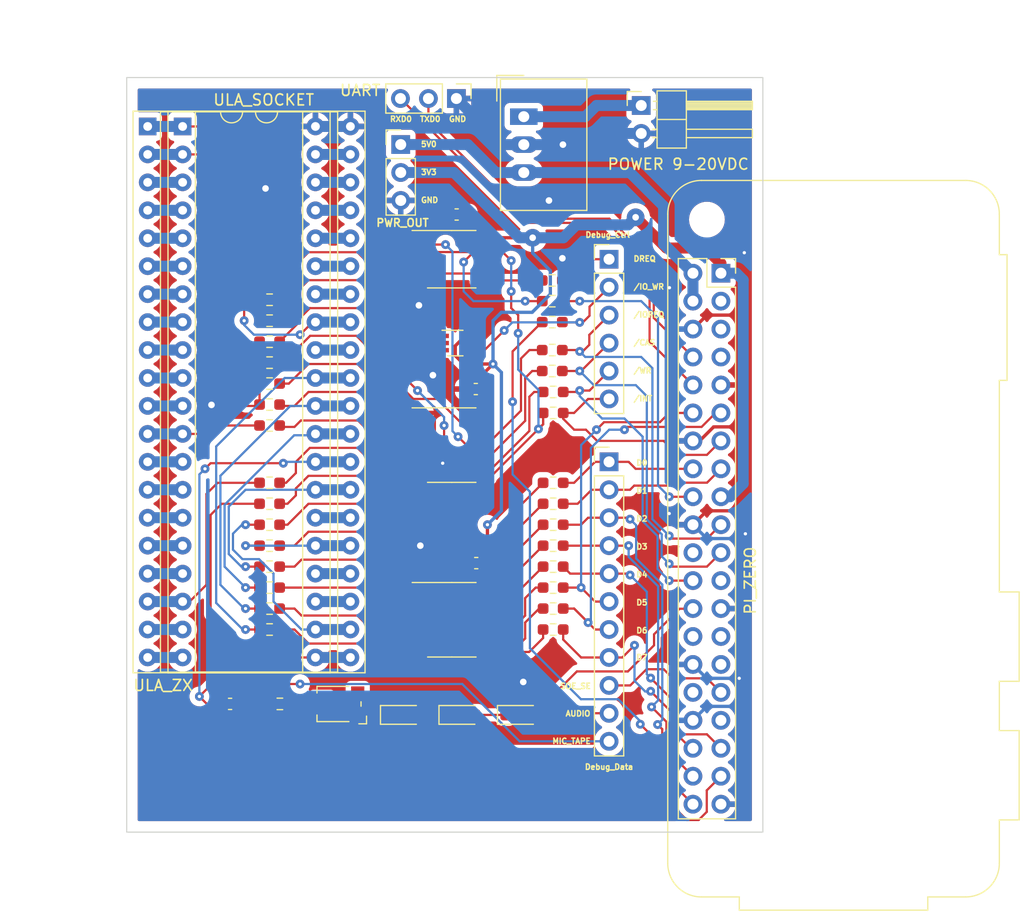
<source format=kicad_pcb>
(kicad_pcb (version 20221018) (generator pcbnew)
  (title_block (title "HD-Speccys") (date "2023-05-15") (rev "1A") (company "RA Sewell"))
  (layers (0 "F.Cu" signal) (31 "B.Cu" signal) (34 "B.Paste" user) (35 "F.Paste" user) (36 "B.SilkS" user "B.Silkscreen") (37 "F.SilkS" user "F.Silkscreen") (38 "B.Mask" user) (39 "F.Mask" user) (44 "Edge.Cuts" user))
  (net 0 "")
  (net 1 "Net-(C1-Pad1)")
  (net 2 "Net-(D1-K)")
  (net 3 "Net-(D1-A)")
  (net 4 "Net-(D2-A)")
  (net 5 "Net-(D3-A)")
  (net 6 "VDDA")
  (net 7 "VDD")
  (net 8 "GND")
  (net 9 "Net-(U1-Y1)")
  (net 10 "Net-(U1-Y2)")
  (net 11 "Net-(U1-Y3)")
  (net 12 "Net-(U1-Y4)")
  (net 13 "Net-(U1-Y5)")
  (net 14 "Net-(U1-Y6)")
  (net 15 "Net-(U1-Y7)")
  (net 16 "Net-(U1-A1)")
  (net 17 "Net-(U1-A2)")
  (net 18 "Net-(U1-A3)")
  (net 19 "Net-(U1-A4)")
  (net 20 "Net-(U1-A5)")
  (net 21 "Net-(U1-A6)")
  (net 22 "Net-(U1-A7)")
  (net 23 "Net-(J3-MIC_TAPE)")
  (net 24 "Net-(J1-VCC)")
  (net 28 "Net-(J2-SD6_(TXD0))")
  (net 29 "Net-(J2-SD7_(RXD0))")
  (net 30 "Net-(J2-SD9)")
  (net 31 "Net-(J2-SD10)")
  (net 32 "Net-(J2-GPIO27)")
  (net 33 "Net-(J2-SD14)")
  (net 34 "Net-(J2-SD15)")
  (net 35 "Net-(J2-SD16_(DREQ))")
  (net 36 "Net-(J2-SD2)")
  (net 37 "Net-(J2-SD1)")
  (net 40 "Net-(J2-SD0)")
  (net 44 "Net-(J2-SOE_SE)")
  (net 47 "Net-(J2-SD11)")
  (net 48 "Net-(J2-SD8)")
  (net 49 "Net-(J2-GPIO26)")
  (net 50 "Net-(J2-SD12)")
  (net 51 "Net-(J2-SD13)")
  (net 52 "Net-(J3-{slash}CAS)")
  (net 53 "Net-(J3-{slash}WR)")
  (net 54 "Net-(J3-{slash}RD)")
  (net 55 "Net-(J3-{slash}DRAMWE)")
  (net 56 "Net-(J3-A0)")
  (net 57 "Net-(J3-A1)")
  (net 58 "Net-(J3-A2)")
  (net 59 "Net-(J3-A3)")
  (net 60 "Net-(J3-A4)")
  (net 61 "Net-(J3-A5)")
  (net 62 "Net-(J3-A6)")
  (net 63 "Net-(J3-{slash}INT)")
  (net 64 "Net-(J3-VCC_2)")
  (net 65 "Net-(J3-VCC_1)")
  (net 66 "Net-(J3-U)")
  (net 67 "Net-(J3-V)")
  (net 68 "Net-(J3-Y)")
  (net 69 "Net-(J3-D0)")
  (net 70 "Net-(J3-KB0)")
  (net 71 "Net-(J3-KB1)")
  (net 72 "Net-(J3-D1)")
  (net 73 "Net-(J3-D2)")
  (net 74 "Net-(J3-KB2)")
  (net 75 "Net-(J3-KB3)")
  (net 76 "Net-(J3-D3)")
  (net 77 "Net-(J3-KB4)")
  (net 78 "Net-(J3-D4)")
  (net 79 "Net-(J3-D5)")
  (net 80 "Net-(J3-D6)")
  (net 81 "Net-(J3-D7)")
  (net 82 "Net-(J3-{slash}CPU)")
  (net 83 "Net-(J3-{slash}IOREQ)")
  (net 84 "Net-(J3-{slash}ROMCS)")
  (net 85 "Net-(J3-{slash}RAS)")
  (net 86 "Net-(J3-A14)")
  (net 87 "Net-(J3-A15)")
  (net 88 "Net-(J3-{slash}MREQ)")
  (net 89 "Net-(J3-OSC)")
  (net 90 "Net-(U2-A0)")
  (net 91 "Net-(U2-A1)")
  (net 92 "Net-(U2-A2)")
  (net 93 "Net-(U2-A3)")
  (net 94 "Net-(U2-A4)")
  (net 95 "Net-(U2-A5)")
  (net 96 "Net-(U2-A6)")
  (net 97 "Net-(U2-A7)")
  (net 98 "Net-(U2-Y0)")
  (net 99 "Net-(U2-Y1)")
  (net 100 "Net-(U2-Y2)")
  (net 101 "Net-(U2-Y3)")
  (net 102 "Net-(U2-Y4)")
  (net 103 "Net-(U2-Y5)")
  (net 104 "Net-(U2-Y6)")
  (net 105 "Net-(U2-Y7)")
  (net 106 "Net-(R31-Pad1)")
  (net 107 "Net-(R1-Pad2)")
  (net 108 "Net-(R30-Pad2)")
  (net 110 "Net-(U3-Pad10)")
  (net 111 "Net-(J7-{slash}IO_WR)")
  (footprint "Resistor_SMD:R_0603_1608Metric_Pad0.98x0.95mm_HandSolder" (layer "F.Cu") (at 76.4775 84.455 180)
    (fp_text reference "R14" hide)
    (fp_text value "R" hide)
  )
  (footprint "Resistor_SMD:R_0603_1608Metric_Pad0.98x0.95mm_HandSolder" (layer "F.Cu") (at 76.4775 78.74 180)
    (fp_text reference "R11" hide)
    (fp_text value "R" hide)
  )
  (footprint "Resistor_SMD:R_0603_1608Metric_Pad0.98x0.95mm_HandSolder" (layer "F.Cu") (at 102.235 78.74 180)
    (fp_text reference "R23" hide)
    (fp_text value "R" hide)
  )
  (footprint "Connector_PinHeader_2.54mm:PinHeader_1x02_P2.54mm_Horizontal" (layer "F.Cu") (at 110.236 40.64)
    (fp_text reference "J1" hide)
    (fp_text value "POWER 9-20VDC")
  )
  (footprint "Resistor_SMD:R_0603_1608Metric_Pad0.98x0.95mm_HandSolder" (layer "F.Cu") (at 102.155 62.865 180)
    (fp_text reference "R17" hide)
    (fp_text value "R" hide)
  )
  (footprint "Module:Raspberry_Pi_Zero_Socketed_THT_FaceDown_MountingHoles" (layer "F.Cu") (at 117.475 55.88)
    (fp_text reference "J2" hide)
    (fp_text value "PI_ZERO")
  )
  (footprint "Resistor_SMD:R_0603_1608Metric_Pad0.98x0.95mm_HandSolder" (layer "F.Cu") (at 102.235 88.265 180)
    (fp_text reference "R28" hide)
    (fp_text value "R" hide)
  )
  (footprint "Resistor_SMD:R_0603_1608Metric_Pad0.98x0.95mm_HandSolder" (layer "F.Cu") (at 76.4775 67.818 180)
    (fp_text reference "R7" hide)
    (fp_text value "R" hide)
  )
  (footprint "Package_SO:TSSOP-20_4.4x6.5mm_P0.65mm" (layer "F.Cu") (at 93.0325 87.38)
    (fp_text reference "U2" hide)
    (fp_text value "74LS541" hide)
  )
  (footprint "Capacitor_SMD:C_0603_1608Metric_Pad1.08x0.95mm_HandSolder" (layer "F.Cu") (at 93.472 50.546 180)
    (fp_text reference "C4" hide)
    (fp_text value "C" hide)
  )
  (footprint "Resistor_SMD:R_0603_1608Metric_Pad0.98x0.95mm_HandSolder" (layer "F.Cu") (at 102.235 82.55 180)
    (fp_text reference "R25" hide)
    (fp_text value "R" hide)
  )
  (footprint "Resistor_SMD:R_0603_1608Metric_Pad0.98x0.95mm_HandSolder" (layer "F.Cu") (at 76.4775 69.723 180)
    (fp_text reference "R8" hide)
    (fp_text value "R" hide)
  )
  (footprint "Package_TO_SOT_SMD:SOT-353_SC-70-5_Handsoldering" (layer "F.Cu") (at 93.345 62.23)
    (fp_text reference "U5" hide)
    (fp_text value "74AHC1G32" hide)
  )
  (footprint "Capacitor_SMD:C_0603_1608Metric_Pad1.08x0.95mm_HandSolder" (layer "F.Cu") (at 95.21 66.41 180)
    (fp_text reference "C3" hide)
    (fp_text value "C" hide)
  )
  (footprint "Package_SO:TSSOP-20_4.4x6.5mm_P0.65mm" (layer "F.Cu") (at 93.0225 71.505)
    (fp_text reference "U1" hide)
    (fp_text value "74LS541" hide)
  )
  (footprint "Connector_PinHeader_2.54mm:PinHeader_1x03_P2.54mm_Vertical" (layer "F.Cu") (at 88.39 44.19)
    (fp_text reference "J8" hide)
    (fp_text value "PWR_OUT")
  )
  (footprint "Capacitor_SMD:C_0603_1608Metric_Pad1.08x0.95mm_HandSolder" (layer "F.Cu") (at 72.8905 95.025 180)
    (fp_text reference "C1" hide)
    (fp_text value "100nF" hide)
  )
  (footprint "Resistor_SMD:R_0603_1608Metric_Pad0.98x0.95mm_HandSolder" (layer "F.Cu") (at 102.1569 58.42 180)
    (fp_text reference "R30" hide)
    (fp_text value "R" hide)
  )
  (footprint "Resistor_SMD:R_0603_1608Metric_Pad0.98x0.95mm_HandSolder" (layer "F.Cu") (at 102.235 76.835 180)
    (fp_text reference "R22" hide)
    (fp_text value "R" hide)
  )
  (footprint "Resistor_SMD:R_0603_1608Metric_Pad0.98x0.95mm_HandSolder" (layer "F.Cu") (at 76.4775 64.008 180)
    (fp_text reference "R5" hide)
    (fp_text value "R" hide)
  )
  (footprint "Diode_SMD:D_SOD-323_HandSoldering" (layer "F.Cu") (at 93.875 96.025)
    (fp_text reference "D2" hide)
    (fp_text value "1N4148" hide)
  )
  (footprint "Resistor_SMD:R_0603_1608Metric_Pad0.98x0.95mm_HandSolder" (layer "F.Cu") (at 76.4775 76.835 180)
    (fp_text reference "R10" hide)
    (fp_text value "R" hide)
  )
  (footprint "Resistor_SMD:R_0603_1608Metric_Pad0.98x0.95mm_HandSolder" (layer "F.Cu") (at 76.4775 80.645 180)
    (fp_text reference "R12" hide)
    (fp_text value "R" hide)
  )
  (footprint "Resistor_SMD:R_0603_1608Metric_Pad0.98x0.95mm_HandSolder" (layer "F.Cu") (at 102.235 80.645 180)
    (fp_text reference "R24" hide)
    (fp_text value "R" hide)
  )
  (footprint "Resistor_SMD:R_0603_1608Metric_Pad0.98x0.95mm_HandSolder" (layer "F.Cu") (at 102.235 68.58 180)
    (fp_text reference "R20" hide)
    (fp_text value "R" hide)
  )
  (footprint "Package_DIP:DIP-40_W15.24mm_Socket" (layer "F.Cu") (at 68.58 42.545)
    (fp_text reference "J3" hide)
    (fp_text value "ULA_SOCKET")
  )
  (footprint "Converter_DCDC:Converter_DCDC_TRACO_TSR-1_THT" (layer "F.Cu") (at 99.568 41.656 -90)
    (fp_text reference "U4" hide)
    (fp_text value "TSR_1-2450" hide)
  )
  (footprint "Resistor_SMD:R_0603_1608Metric_Pad0.98x0.95mm_HandSolder" (layer "F.Cu") (at 76.4775 88.265 180)
    (fp_text reference "R16" hide)
    (fp_text value "R" hide)
  )
  (footprint "Resistor_SMD:R_0603_1608Metric_Pad0.98x0.95mm_HandSolder" (layer "F.Cu") (at 102.1569 60.325)
    (fp_text reference "R29" hide)
    (fp_text value "R" hide)
  )
  (footprint "Connector_PinHeader_2.54mm:PinHeader_1x06_P2.54mm_Vertical" (layer "F.Cu") (at 107.315 54.61)
    (fp_text reference "J7" hide)
    (fp_text value "Debug_Ctrl")
  )
  (footprint "Capacitor_SMD:C_0603_1608Metric_Pad1.08x0.95mm_HandSolder" (layer "F.Cu") (at 95.25 82.23 180)
    (fp_text reference "C2" hide)
    (fp_text value "C" hide)
  )
  (footprint "Package_SO:TSSOP-14_4.4x5mm_P0.65mm" (layer "F.Cu") (at 93.0225 54.61)
    (fp_text reference "U3" hide)
    (fp_text value "74LS10" hide)
  )
  (footprint "Resistor_SMD:R_0603_1608Metric_Pad0.98x0.95mm_HandSolder" (layer "F.Cu") (at 76.4775 74.93 180)
    (fp_text reference "R9" hide)
    (fp_text value "R" hide)
  )
  (footprint "Resistor_SMD:R_0603_1608Metric_Pad0.98x0.95mm_HandSolder" (layer "F.Cu") (at 102.235 74.93 180)
    (fp_text reference "R21" hide)
    (fp_text value "R" hide)
  )
  (footprint "Resistor_SMD:R_0603_1608Metric_Pad0.98x0.95mm_HandSolder" (layer "F.Cu") (at 102.155 64.77 180)
    (fp_text reference "R18" hide)
    (fp_text value "R" hide)
  )
  (footprint "Diode_SMD:D_SOD-323_HandSoldering" (layer "F.Cu") (at 99.189 96.025)
    (fp_text reference "D3" hide)
    (fp_text value "1N4148" hide)
  )
  (footprint "Resistor_SMD:R_0603_1608Metric_Pad0.98x0.95mm_HandSolder" (layer "F.Cu") (at 76.4775 58.293 180)
    (fp_text reference "R2" hide)
    (fp_text value "R" hide)
  )
  (footprint "Resistor_SMD:R_0603_1608Metric_Pad0.98x0.95mm_HandSolder" (layer "F.Cu") (at 102.1588 56.5404 180)
    (fp_text reference "R1" hide)
    (fp_text value "R" hide)
  )
  (footprint "Package_DIP:DIP-40_W15.24mm_Socket" (layer "F.Cu") (at 65.405 42.545)
    (fp_text reference "J4" hide)
    (fp_text value "ULA_ZX")
  )
  (footprint "Connector_PinHeader_2.54mm:PinHeader_1x11_P2.54mm_Vertical" (layer "F.Cu") (at 107.315 73.025)
    (fp_text reference "J6" hide)
    (fp_text value "Debug_Data")
  )
  (footprint "Potentiometer_SMD:Potentiometer_Bourns_TC33X_Vertical" (layer "F.Cu") (at 82.684 95.034 180)
    (fp_text reference "R32" hide)
    (fp_text value "1k" hide)
  )
  (footprint "Resistor_SMD:R_0603_1608Metric_Pad0.98x0.95mm_HandSolder" (layer "F.Cu") (at 102.235 84.455 180)
    (fp_text reference "R26" hide)
    (fp_text value "R" hide)
  )
  (footprint "Resistor_SMD:R_0603_1608Metric_Pad0.98x0.95mm_HandSolder" (layer "F.Cu") (at 102.235 86.36 180)
    (fp_text reference "R27" hide)
    (fp_text value "R" hide)
  )
  (footprint "Resistor_SMD:R_0603_1608Metric_Pad0.98x0.95mm_HandSolder" (layer "F.Cu") (at 77.4125 95.025 180)
    (fp_text reference "R31" hide)
    (fp_text value "R" hide)
  )
  (footprint "Resistor_SMD:R_0603_1608Metric_Pad0.98x0.95mm_HandSolder" (layer "F.Cu") (at 76.4775 65.913 180)
    (fp_text reference "R6" hide)
    (fp_text value "R" hide)
  )
  (footprint "Resistor_SMD:R_0603_1608Metric_Pad0.98x0.95mm_HandSolder" (layer "F.Cu") (at 102.235 66.675 180)
    (fp_text reference "R19" hide)
    (fp_text value "R" hide)
  )
  (footprint "Diode_SMD:D_SOD-323_HandSoldering" (layer "F.Cu") (at 88.561 96.025)
    (fp_text reference "D1" hide)
    (fp_text value "1N4148" hide)
  )
  (footprint "Resistor_SMD:R_0603_1608Metric_Pad0.98x0.95mm_HandSolder" (layer "F.Cu") (at 76.4775 82.55 180)
    (fp_text reference "R13" hide)
    (fp_text value "R" hide)
  )
  (footprint "Resistor_SMD:R_0603_1608Metric_Pad0.98x0.95mm_HandSolder" (layer "F.Cu") (at 76.4775 86.36 180)
    (fp_text reference "R15" hide)
    (fp_text value "R" hide)
  )
  (footprint "Resistor_SMD:R_0603_1608Metric_Pad0.98x0.95mm_HandSolder" (layer "F.Cu") (at 76.4775 62.103 180)
    (fp_text reference "R4" hide)
    (fp_text value "R" hide)
  )
  (footprint "Resistor_SMD:R_0603_1608Metric_Pad0.98x0.95mm_HandSolder" (layer "F.Cu") (at 76.4775 60.198 180)
    (fp_text reference "R3" hide)
    (fp_text value "R" hide)
  )
  (footprint "Connector_PinHeader_2.54mm:PinHeader_1x03_P2.54mm_Vertical" (layer "F.Cu") (at 93.4466 40.005 -90)
    (fp_text reference "J5" hide)
    (fp_text value "UART")
  )
  (gr_rect (start 63.5 38.1) (end 121.285 106.68) (stroke (width 0.1)) (fill none) (layer "Edge.Cuts"))
  (gr_text "HD-SPECCYS Rev 0.1a\n© 2023 RA SEWELL, ERIC SEWELL" (at 65.532 104.14) (layer "F.Cu") (effects (font (size 1.5 1.5) (thickness 0.3) bold) (justify left bottom)))
  (gr_text "/INT" (at 109.474 67.564) (layer "F.SilkS") (effects (font (size 0.5 0.5) (thickness 0.125)) (justify left bottom)))
  (gr_text "D1" (at 109.728 75.946) (layer "F.SilkS") (effects (font (size 0.5 0.5) (thickness 0.125)) (justify left bottom)))
  (gr_text "3V3" (at 90.17 46.99) (layer "F.SilkS") (effects (font (size 0.5 0.5) (thickness 0.125)) (justify left bottom)))
  (gr_text "D3" (at 109.728 81.026) (layer "F.SilkS") (effects (font (size 0.5 0.5) (thickness 0.125)) (justify left bottom)))
  (gr_text "D4" (at 109.728 83.566) (layer "F.SilkS") (effects (font (size 0.5 0.5) (thickness 0.125)) (justify left bottom)))
  (gr_text "D6" (at 109.728 88.646) (layer "F.SilkS") (effects (font (size 0.5 0.5) (thickness 0.125)) (justify left bottom)))
  (gr_text "GND" (at 92.71 42.164) (layer "F.SilkS") (effects (font (size 0.5 0.5) (thickness 0.125)) (justify left bottom)))
  (gr_text "RXD0" (at 87.3506 42.164) (layer "F.SilkS") (effects (font (size 0.5 0.5) (thickness 0.125)) (justify left bottom)))
  (gr_text "/WR" (at 109.474 65.024) (layer "F.SilkS") (effects (font (size 0.5 0.5) (thickness 0.125)) (justify left bottom)))
  (gr_text "MIC_TAPE" (at 102.1 98.7) (layer "F.SilkS") (effects (font (size 0.5 0.5) (thickness 0.125)) (justify left bottom)))
  (gr_text "D7" (at 109.728 91.1) (layer "F.SilkS") (effects (font (size 0.5 0.5) (thickness 0.125)) (justify left bottom)))
  (gr_text "DREQ" (at 109.474 54.864) (layer "F.SilkS") (effects (font (size 0.5 0.5) (thickness 0.125)) (justify left bottom)))
  (gr_text "/IOREQ" (at 109.474 59.944) (layer "F.SilkS") (effects (font (size 0.5 0.5) (thickness 0.125)) (justify left bottom)))
  (gr_text "D5" (at 109.728 86.106) (layer "F.SilkS") (effects (font (size 0.5 0.5) (thickness 0.125)) (justify left bottom)))
  (gr_text "D0" (at 109.728 73.406) (layer "F.SilkS") (effects (font (size 0.5 0.5) (thickness 0.125)) (justify left bottom)))
  (gr_text "AUDIO" (at 103.3 96.2) (layer "F.SilkS") (effects (font (size 0.5 0.5) (thickness 0.125)) (justify left bottom)))
  (gr_text "/CAS" (at 109.474 62.484) (layer "F.SilkS") (effects (font (size 0.5 0.5) (thickness 0.125)) (justify left bottom)))
  (gr_text "SOE_SE" (at 102.8 93.7) (layer "F.SilkS") (effects (font (size 0.5 0.5) (thickness 0.125)) (justify left bottom)))
  (gr_text "5V0" (at 90.17 44.45) (layer "F.SilkS") (effects (font (size 0.5 0.5) (thickness 0.125)) (justify left bottom)))
  (gr_text "D2" (at 109.728 78.486) (layer "F.SilkS") (effects (font (size 0.5 0.5) (thickness 0.125)) (justify left bottom)))
  (gr_text "TXD0" (at 90.0684 42.164) (layer "F.SilkS") (effects (font (size 0.5 0.5) (thickness 0.125)) (justify left bottom)))
  (gr_text "GND" (at 90.17 49.53) (layer "F.SilkS") (effects (font (size 0.5 0.5) (thickness 0.125)) (justify left bottom)))
  (gr_text "/IO_WR" (at 109.474 57.404) (layer "F.SilkS") (effects (font (size 0.5 0.5) (thickness 0.125)) (justify left bottom)))
  (segment (start 73.753 95.025) (end 76.5 95.025) (width 0.2) (layer "F.Cu") (net 1))
  (segment (start 84.484 96.034) (end 87.302 96.034) (width 0.2) (layer "F.Cu") (net 2))
  (segment (start 87.302 96.034) (end 87.311 96.025) (width 0.2) (layer "F.Cu") (net 2))
  (segment (start 89.811 96.025) (end 92.625 96.025) (width 0.2) (layer "F.Cu") (net 3))
  (segment (start 95.125 96.025) (end 97.939 96.025) (width 0.2) (layer "F.Cu") (net 4))
  (segment (start 111.4 89.7) (end 109.025 92.075) (width 0.2) (layer "F.Cu") (net 5))
  (segment (start 105.65 96.025) (end 105.8 95.875) (width 0.2) (layer "F.Cu") (net 5))
  (segment (start 109.025 92.075) (end 104.389 92.075) (width 0.2) (layer "F.Cu") (net 5))
  (segment (start 104.389 92.075) (end 100.439 96.025) (width 0.2) (layer "F.Cu") (net 5))
  (segment (start 114.92 86.375) (end 113.725 86.375) (width 0.2) (layer "F.Cu") (net 5))
  (segment (start 113.725 86.375) (end 111.4 88.7) (width 0.2) (layer "F.Cu") (net 5))
  (segment (start 107.305 95.875) (end 107.315 95.885) (width 0.2) (layer "F.Cu") (net 5))
  (segment (start 105.8 95.875) (end 107.305 95.875) (width 0.2) (layer "F.Cu") (net 5))
  (segment (start 100.439 96.025) (end 105.65 96.025) (width 0.2) (layer "F.Cu") (net 5))
  (segment (start 114.935 86.36) (end 114.92 86.375) (width 0.2) (layer "F.Cu") (net 5))
  (segment (start 111.4 88.7) (end 111.4 89.7) (width 0.2) (layer "F.Cu") (net 5))
  (segment (start 95.895 84.455) (end 95.895 82.405) (width 0.3) (layer "F.Cu") (net 6))
  (segment (start 96.266 78.74) (end 96.266 82.0765) (width 0.3) (layer "F.Cu") (net 6))
  (segment (start 95.875 52.69) (end 95.875 52.0865) (width 0.3) (layer "F.Cu") (net 6))
  (segment (start 117.475 54.991) (end 116.078 53.594) (width 1) (layer "F.Cu") (net 6))
  (segment (start 93.345 62.484) (end 94.249 61.58) (width 0.3) (layer "F.Cu") (net 6))
  (segment (start 95.885 66.5975) (end 96.0725 66.41) (width 0.3) (layer "F.Cu") (net 6))
  (segment (start 95.885 68.58) (end 95.885 66.5975) (width 0.3) (layer "F.Cu") (net 6))
  (segment (start 112.522 53.594) (end 116.078 53.594) (width 1) (layer "F.Cu") (net 6))
  (segment (start 96.266 82.0765) (end 96.1125 82.23) (width 0.3) (layer "F.Cu") (net 6))
  (segment (start 112.522 53.594) (end 109.728 50.8) (width 1) (layer "F.Cu") (net 6))
  (segment (start 96.774 64.135) (end 96.0725 64.8365) (width 0.3) (layer "F.Cu") (net 6))
  (segment (start 96.0725 64.8365) (end 96.0725 66.41) (width 0.3) (layer "F.Cu") (net 6))
  (segment (start 94.249 61.58) (end 94.675 61.58) (width 0.3) (layer "F.Cu") (net 6))
  (segment (start 117.475 55.88) (end 117.475 54.991) (width 1) (layer "F.Cu") (net 6))
  (segment (start 93.345 63.373) (end 93.345 62.484) (width 0.3) (layer "F.Cu") (net 6))
  (segment (start 100.375 52.66) (end 95.885 52.66) (width 0.3) (layer "F.Cu") (net 6))
  (segment (start 94.107 64.135) (end 93.345 63.373) (width 0.3) (layer "F.Cu") (net 6))
  (segment (start 96.774 64.135) (end 94.107 64.135) (width 0.3) (layer "F.Cu") (net 6))
  (segment (start 95.895 82.405) (end 96.07 82.23) (width 0.3) (layer "F.Cu") (net 6))
  (segment (start 95.875 52.0865) (end 94.3345 50.546) (width 0.3) (layer "F.Cu") (net 6))
  (via (at 96.266 78.74) (size 0.8) (drill 0.3) (layers "F.Cu" "B.Cu") (net 6))
  (via (at 100.375 52.66) (size 1.6) (drill 0.6) (layers "F.Cu" "B.Cu") (net 6))
  (via (at 109.728 50.8) (size 1.6) (drill 0.6) (layers "F.Cu" "B.Cu") (net 6))
  (via (at 96.774 64.135) (size 0.8) (drill 0.3) (layers "F.Cu" "B.Cu") (net 6))
  (segment (start 97.536 59.436) (end 96.774 60.198) (width 0.3) (layer "B.Cu") (net 6))
  (segment (start 101.981 57.785) (end 100.33 59.436) (width 0.3) (layer "B.Cu") (net 6))
  (segment (start 100.33 59.436) (end 97.536 59.436) (width 0.3) (layer "B.Cu") (net 6))
  (segment (start 104.34127 51.48773) (end 109.04027 51.48773) (width 1) (layer "B.Cu") (net 6))
  (segment (start 103.169 52.66) (end 104.34127 51.48773) (width 1) (layer "B.Cu") (net 6))
  (segment (start 100.375 52.66) (end 103.169 52.66) (width 1) (layer "B.Cu") (net 6))
  (segment (start 97.536 64.897) (end 97.536 77.47) (width 0.3) (layer "B.Cu") (net 6))
  (segment (start 93.23 46.73) (end 88.39 46.73) (width 1) (layer "B.Cu") (net 6))
  (segment (start 109.04027 51.48773) (end 109.728 50.8) (width 1) (layer "B.Cu") (net 6))
  (segment (start 100.375 52.66) (end 100.375 54.05) (width 0.3) (layer "B.Cu") (net 6))
  (segment (start 101.981 55.656) (end 101.981 57.785) (width 0.3) (layer "B.Cu") (net 6))
  (segment (start 119.5 75) (end 118.3 76.2) (width 1) (layer "B.Cu") (net 6))
  (segment (start 117.475 55.88) (end 118.872 55.88) (width 1) (layer "B.Cu") (net 6))
  (segment (start 119.5 56.508) (end 119.5 75) (width 1) (layer "B.Cu") (net 6))
  (segment (start 100.375 54.05) (end 101.981 55.656) (width 0.3) (layer "B.Cu") (net 6))
  (segment (start 96.774 60.198) (end 96.774 64.135) (width 0.3) (layer "B.Cu") (net 6))
  (segment (start 100.375 52.66) (end 99.16 52.66) (width 1) (layer "B.Cu") (net 6))
  (segment (start 99.16 52.66) (end 93.23 46.73) (width 1) (layer "B.Cu") (net 6))
  (segment (start 118.872 55.88) (end 119.5 56.508) (width 1) (layer "B.Cu") (net 6))
  (segment (start 96.774 64.135) (end 97.536 64.897) (width 0.3) (layer "B.Cu") (net 6))
  (segment (start 97.536 77.47) (end 96.266 78.74) (width 0.3) (layer "B.Cu") (net 6))
  (segment (start 118.3 76.2) (end 117.475 76.2) (width 1) (layer "B.Cu") (net 6))
  (segment (start 109.22 46.736) (end 112.268 49.784) (width 1) (layer "B.Cu") (net 7))
  (segment (start 114.935 58.039) (end 114.554 58.42) (width 1) (layer "B.Cu") (net 7))
  (segment (start 97.028 46.736) (end 99.568 46.736) (width 1) (layer "B.Cu") (net 7))
  (segment (start 98.552 46.736) (end 109.22 46.736) (width 1) (layer "B.Cu") (net 7))
  (segment (start 88.39 44.19) (end 94.482 44.19) (width 1) (layer "B.Cu") (net 7))
  (segment (start 112.268 49.784) (end 112.268 53.213) (width 1) (layer "B.Cu") (net 7))
  (segment (start 114.935 55.88) (end 114.935 58.039) (width 1) (layer "B.Cu") (net 7))
  (segment (start 112.268 53.213) (end 114.935 55.88) (width 1) (layer "B.Cu") (net 7))
  (segment (start 94.482 44.19) (end 97.028 46.736) (width 1) (layer "B.Cu") (net 7))
  (segment (start 92.202 73.152) (end 91.44 72.39) (width 0.3) (layer "F.Cu") (net 8))
  (segment (start 118.62 59.69) (end 116.205 59.69) (width 0.3) (layer "F.Cu") (net 8))
  (segment (start 119.6 54.02) (end 119.6 58.5) (width 0.3) (layer "F.Cu") (net 8))
  (segment (start 119.883 77.475) (end 119.888 77.47) (width 0.3) (layer "F.Cu") (net 8))
  (segment (start 101.854 45.466) (end 103.124 44.196) (width 1) (layer "F.Cu") (net 8))
  (segment (start 119.888 66.548) (end 119.888 68.834) (width 0.3) (layer "F.Cu") (net 8))
  (segment (start 90.043 58.801) (end 90.043 56.677) (width 0.3) (layer "F.Cu") (net 8))
  (segment (start 94.3875 84.7355) (end 94.3875 82.23) (width 0.3) (layer "F.Cu") (net 8))
  (segment (start 119.6 58.71) (end 118.62 59.69) (width 0.3) (layer "F.Cu") (net 8))
  (segment (start 119.38 66.04) (end 119.888 66.548) (width 0.3) (layer "F.Cu") (net 8))
  (segment (start 119.888 77.47) (end 119.888 68.834) (width 0.3) (layer "F.Cu") (net 8))
  (segment (start 95.885 69.23) (end 95.161104 69.23) (width 0.3) (layer "F.Cu") (net 8))
  (segment (start 119.6975 79.5655) (end 119.888 79.375) (width 0.3) (layer "F.Cu") (net 8))
  (segment (start 115.543112 71.12) (end 116.813112 69.85) (width 0.3) (layer "F.Cu") (net 8))
  (segment (start 114.935 78.74) (end 116.2 77.475) (width 0.3) (layer "F.Cu") (net 8))
  (segment (start 90.16 69.23) (end 90.16 68.58) (width 0.2) (layer "F.Cu") (net 8))
  (segment (start 118.618 69.85) (end 119.888 68.58) (width 0.3) (layer "F.Cu") (net 8))
  (segment (start 117.475 66.04) (end 119.38 66.04) (width 0.3) (layer "F.Cu") (net 8))
  (segment (start 95.161104 69.23) (end 94.488 68.556896) (width 0.3) (layer "F.Cu") (net 8))
  (segment (start 91.44 72.39) (end 91.44 69.164388) (width 0.3) (layer "F.Cu") (net 8))
  (segment (start 91.44 69.164388) (end 90.855612 68.58) (width 0.3) (layer "F.Cu") (net 8))
  (segment (start 101.854 49.276) (end 101.854 45.466) (width 1) (layer "F.Cu") (net 8))
  (segment (start 92.015 62.88) (end 92.015 64.449) (width 0.3) (layer "F.Cu") (net 8))
  (segment (start 90.17 74.44) (end 90.16 74.43) (width 0.3) (layer "F.Cu") (net 8))
  (segment (start 95.895 85.105) (end 94.757 85.105) (width 0.3) (layer "F.Cu") (net 8))
  (segment (start 90.855612 68.58) (end 90.16 68.58) (width 0.3) (layer "F.Cu") (net 8))
  (segment (start 116.2 77.475) (end 119.883 77.475) (width 0.3) (layer "F.Cu") (net 8))
  (segment (start 94.757 85.105) (end 94.3875 84.7355) (width 0.3) (layer "F.Cu") (net 8))
  (segment (start 94.488 66.5505) (end 94.3475 66.41) (width 0.3) (layer "F.Cu") (net 8))
  (segment (start 119.888 68.834) (end 119.888 68.58) (width 0.3) (layer "F.Cu") (net 8))
  (segment (start 90.043 56.677) (end 90.16 56.56) (width 0.3) (layer "F.Cu") (net 8))
  (segment (start 119.888 66.548) (end 119.888 58.788) (width 0.3) (layer "F.Cu") (net 8))
  (segment (start 114.935 71.12) (end 115.543112 71.12) (width 0.3) (layer "F.Cu") (net 8))
  (segment (start 90.17 80.645) (end 90.17 74.44) (width 0.3) (layer "F.Cu") (net 8))
  (segment (start 119.888 58.788) (end 119.6 58.5) (width 0.3) (layer "F.Cu") (net 8))
  (segment (start 116.813112 69.85) (end 118.618 69.85) (width 0.3) (layer "F.Cu") (net 8))
  (segment (start 90.17 80.645) (end 90.17 84.455) (width 0.3) (layer "F.Cu") (net 8))
  (segment (start 119.6 58.5) (end 119.6 58.71) (width 0.3) (layer "F.Cu") (net 8))
  (segment (start 92.015 64.449) (end 91.313 65.151) (width 0.3) (layer "F.Cu") (net 8))
  (segment (start 94.488 68.556896) (end 94.488 66.5505) (width 0.3) (layer "F.Cu") (net 8))
  (segment (start 119.888 79.375) (end 119.888 77.47) (width 0.3) (layer "F.Cu") (net 8))
  (segment (start 116.205 59.69) (end 114.935 60.96) (width 0.3) (layer "F.Cu") (net 8))
  (via (at 90.043 58.801) (size 1.6) (drill 0.6) (layers "F.Cu" "B.Cu") (net 8))
  (via (at 76.11 48.18) (size 1.6) (drill 0.6) (layers "F.Cu" "B.Cu") (net 8))
  (via (at 101.854 49.276) (size 1.6) (drill 0.6) (layers "F.Cu" "B.Cu") (net 8))
  (via (at 103.075 54.525) (size 1.6) (drill 0.6) (layers "F.Cu" "B.Cu") (net 8))
  (via (at 119.6 54.02) (size 0.8) (drill 0.3) (layers "F.Cu" "B.Cu") (net 8))
  (via (at 90.17 80.645) (size 1.6) (drill 0.6) (layers "F.Cu" "B.Cu") (net 8))
  (via (at 119.6975 79.5655) (size 0.8) (drill 0.3) (layers "F.Cu" "B.Cu") (net 8))
  (via (at 91.313 65.151) (size 1.6) (drill 0.6) (layers "F.Cu" "B.Cu") (net 8))
  (via (at 119.136 92.7) (size 0.8) (drill 0.3) (layers "F.Cu" "B.Cu") (net 8))
  (via (at 103.124 44.196) (size 1.6) (drill 0.6) (layers "F.Cu" "B.Cu") (net 8))
  (via (at 112.8 57.2) (size 0.8) (drill 0.3) (layers "F.Cu" "B.Cu") (net 8))
  (via (at 71.2 67.85) (size 1.6) (drill 0.6) (layers "F.Cu" "B.Cu") (net 8))
  (via (at 92.202 73.152) (size 0.8) (drill 0.3) (layers "F.Cu" "B.Cu") (net 8))
  (via (at 99.52 93.03) (size 1.6) (drill 0.6) (layers "F.Cu" "B.Cu") (net 8))
  (via (at 112.776 77.724) (size 0.8) (drill 0.3) (layers "F.Cu" "B.Cu") (net 8))
  (segment (start 116.174 92.7) (end 114.914 91.44) (width 0.3) (layer "B.Cu") (net 8))
  (segment (start 103.124 44.196) (end 99.568 44.196) (width 1) (layer "B.Cu") (net 8))
  (segment (start 114.92 96.52) (end 116.19 95.25) (width 0.3) (layer "B.Cu") (net 8))
  (segment (start 119.136 94.464) (end 119.136 92.7) (width 0.3) (layer "B.Cu") (net 8))
  (segment (start 80.645 42.545) (end 83.82 42.545) (width 1) (layer "B.Cu") (net 8))
  (segment (start 99.568 44.196) (end 97.6376 44.196) (width 1) (layer "B.Cu") (net 8))
  (segment (start 118.35 95.25) (end 119.136 94.464) (width 0.3) (layer "B.Cu") (net 8))
  (segment (start 97.6376 44.196) (end 93.4466 40.005) (width 1) (layer "B.Cu") (net 8))
  (segment (start 119.263 80) (end 116.195 80) (width 0.3) (layer "B.Cu") (net 8))
  (segment (start 107.188 43.18) (end 110.236 43.18) (width 1) (layer "B.Cu") (net 8))
  (segment (start 119.115 92.7) (end 116.174 92.7) (width 0.3) (layer "B.Cu") (net 8))
  (segment (start 119.263 80) (end 119.888 79.375) (width 0.3) (layer "B.Cu") (net 8))
  (segment (start 103.124 44.196) (end 106.172 44.196) (width 1) (layer "B.Cu") (net 8))
  (segment (start 116.19 95.25) (end 118.35 95.25) (width 0.3) (layer "B.Cu") (net 8))
  (segment (start 116.195 80) (end 114.935 78.74) (width 0.3) (layer "B.Cu") (net 8))
  (segment (start 106.172 44.196) (end 107.188 43.18) (width 1) (layer "B.Cu") (net 8))
  (segment (start 86.865 59.436) (end 87.881 60.452) (width 0.2) (layer "F.Cu") (net 9))
  (segment (start 94.914 70.53) (end 91.694 67.31) (width 0.2) (layer "F.Cu") (net 9))
  (segment (start 92.015 61.027) (end 92.015 61.58) (width 0.2) (layer "F.Cu") (net 9))
  (segment (start 88.512 62.11) (end 89.042 61.58) (width 0.2) (layer "F.Cu") (net 9))
  (segment (start 88.512 66.287) (end 88.512 62.11) (width 0.2) (layer "F.Cu") (net 9))
  (segment (start 87.802 52.66) (end 86.865 53.597) (width 0.2) (layer "F.Cu") (net 9))
  (segment (start 95.885 70.53) (end 94.914 70.53) (width 0.2) (layer "F.Cu") (net 9))
  (segment (start 89.535 67.31) (end 88.512 66.287) (width 0.2) (layer "F.Cu") (net 9))
  (segment (start 90.16 52.66) (end 87.802 52.66) (width 0.2) (layer "F.Cu") (net 9))
  (segment (start 91.44 60.452) (end 92.015 61.027) (width 0.2) (layer "F.Cu") (net 9))
  (segment (start 87.881 60.452) (end 91.44 60.452) (width 0.2) (layer "F.Cu") (net 9))
  (segment (start 89.042 61.58) (end 92.015 61.58) (width 0.2) (layer "F.Cu") (net 9))
  (segment (start 91.694 67.31) (end 89.535 67.31) (width 0.2) (layer "F.Cu") (net 9))
  (segment (start 86.865 53.597) (end 86.865 59.436) (width 0.2) (layer "F.Cu") (net 9))
  (segment (start 99.315 68.374901) (end 99.315 63.631875) (width 0.2) (layer "F.Cu") (net 10))
  (segment (start 96.509901 71.18) (end 99.315 68.374901) (width 0.2) (layer "F.Cu") (net 10))
  (segment (start 100.081875 62.865) (end 101.2425 62.865) (width 0.2) (layer "F.Cu") (net 10))
  (segment (start 99.315 63.631875) (end 100.081875 62.865) (width 0.2) (layer "F.Cu") (net 10))
  (segment (start 95.885 71.18) (end 96.509901 71.18) (width 0.2) (layer "F.Cu") (net 10))
  (segment (start 90.1895 53.2805) (end 90.16 53.31) (width 0.2) (layer "F.Cu") (net 11))
  (segment (start 92.456 53.2805) (end 90.1895 53.2805) (width 0.2) (layer "F.Cu") (net 11))
  (segment (start 94.69 71.83) (end 93.599 70.739) (width 0.2) (layer "F.Cu") (net 11))
  (segment (start 95.885 71.83) (end 94.69 71.83) (width 0.2) (layer "F.Cu") (net 11))
  (via (at 92.456 53.2805) (size 0.8) (drill 0.3) (layers "F.Cu" "B.Cu") (net 11))
  (via (at 93.599 70.739) (size 0.8) (drill 0.3) (layers "F.Cu" "B.Cu") (net 11))
  (segment (start 93.091 53.9155) (end 92.456 53.2805) (width 0.2) (layer "B.Cu") (net 11))
  (segment (start 93.091 70.231) (end 93.091 53.9155) (width 0.2) (layer "B.Cu") (net 11))
  (segment (start 93.599 70.739) (end 93.091 70.231) (width 0.2) (layer "B.Cu") (net 11))
  (segment (start 99.695 65.405) (end 100.33 64.77) (width 0.2) (layer "F.Cu") (net 12))
  (segment (start 96.509901 72.48) (end 99.695 69.294901) (width 0.2) (layer "F.Cu") (net 12))
  (segment (start 99.695 69.294901) (end 99.695 65.405) (width 0.2) (layer "F.Cu") (net 12))
  (segment (start 95.885 72.48) (end 96.509901 72.48) (width 0.2) (layer "F.Cu") (net 12))
  (segment (start 100.33 64.77) (end 101.2425 64.77) (width 0.2) (layer "F.Cu") (net 12))
  (segment (start 95.885 73.13) (end 94.085 73.13) (width 0.2) (layer "F.Cu") (net 13))
  (segment (start 94.085 73.13) (end 92.329 71.374) (width 0.2) (layer "F.Cu") (net 13))
  (segment (start 89.662 62.23) (end 92.015 62.23) (width 0.2) (layer "F.Cu") (net 13))
  (segment (start 88.892 65.524) (end 88.892 63) (width 0.2) (layer "F.Cu") (net 13))
  (segment (start 89.916 66.548) (end 88.892 65.524) (width 0.2) (layer "F.Cu") (net 13))
  (segment (start 92.329 71.374) (end 92.329 69.723) (width 0.2) (layer "F.Cu") (net 13))
  (segment (start 88.892 63) (end 89.662 62.23) (width 0.2) (layer "F.Cu") (net 13))
  (via (at 89.916 66.548) (size 0.8) (drill 0.3) (layers "F.Cu" "B.Cu") (net 13))
  (via (at 92.329 69.723) (size 0.8) (drill 0.3) (layers "F.Cu" "B.Cu") (net 13))
  (segment (start 92.329 68.961) (end 92.329 69.723) (width 0.2) (layer "B.Cu") (net 13))
  (segment (start 89.916 66.548) (end 92.329 68.961) (width 0.2) (layer "B.Cu") (net 13))
  (segment (start 95.885 73.78) (end 96.509901 73.78) (width 0.2) (layer "F.Cu") (net 14))
  (segment (start 100.075 67.10875) (end 100.50875 66.675) (width 0.2) (layer "F.Cu") (net 14))
  (segment (start 96.509901 73.78) (end 100.075 70.214901) (width 0.2) (layer "F.Cu") (net 14))
  (segment (start 100.075 70.214901) (end 100.075 67.10875) (width 0.2) (layer "F.Cu") (net 14))
  (segment (start 100.50875 66.675) (end 101.3225 66.675) (width 0.2) (layer "F.Cu") (net 14))
  (segment (start 98.425 54.737) (end 96.998 53.31) (width 0.2) (layer "F.Cu") (net 15))
  (segment (start 100.90045 70.03945) (end 101.3225 69.6174) (width 0.2) (layer "F.Cu") (net 15))
  (segment (start 95.885 74.43) (end 96.509901 74.43) (width 0.2) (layer "F.Cu") (net 15))
  (segment (start 96.509901 74.43) (end 101.3225 69.617401) (width 0.2) (layer "F.Cu") (net 15))
  (segment (start 99.06 59.69) (end 98.425 59.055) (width 0.2) (layer "F.Cu") (net 15))
  (segment (start 101.3225 69.617401) (end 101.3225 68.58) (width 0.2) (layer "F.Cu") (net 15))
  (segment (start 96.998 53.31) (end 95.885 53.31) (width 0.2) (layer "F.Cu") (net 15))
  (segment (start 99.06 61.341) (end 99.06 59.69) (width 0.2) (layer "F.Cu") (net 15))
  (segment (start 101.3225 69.6174) (end 101.3225 68.58) (width 0.2) (layer "F.Cu") (net 15))
  (segment (start 98.425 59.055) (end 98.425 57.531) (width 0.2) (layer "F.Cu") (net 15))
  (via (at 98.425 54.737) (size 0.8) (drill 0.3) (layers "F.Cu" "B.Cu") (net 15))
  (via (at 99.06 61.341) (size 0.8) (drill 0.3) (layers "F.Cu" "B.Cu") (net 15))
  (via (at 98.425 57.531) (size 0.8) (drill 0.3) (layers "F.Cu" "B.Cu") (net 15))
  (via (at 100.90045 70.03945) (size 0.8) (drill 0.3) (layers "F.Cu" "B.Cu") (net 15))
  (segment (start 99.06 64.643) (end 99.06 61.341) (width 0.2) (layer "B.Cu") (net 15))
  (segment (start 98.425 57.531) (end 98.425 54.737) (width 0.2) (layer "B.Cu") (net 15))
  (segment (start 100.90045 70.03945) (end 100.90045 66.48345) (width 0.2) (layer "B.Cu") (net 15))
  (segment (start 100.90045 66.48345) (end 99.06 64.643) (width 0.2) (layer "B.Cu") (net 15))
  (segment (start 80.01 53.975) (end 84.455 53.975) (width 0.2) (layer "F.Cu") (net 16))
  (segment (start 84.455 53.975) (end 86.485 56.005) (width 0.2) (layer "F.Cu") (net 16))
  (segment (start 78.74 55.245) (end 80.01 53.975) (width 0.2) (layer "F.Cu") (net 16))
  (segment (start 88.132 69.096951) (end 88.915049 69.88) (width 0.2) (layer "F.Cu") (net 16))
  (segment (start 78.74 57.785) (end 78.74 55.245) (width 0.2) (layer "F.Cu") (net 16))
  (segment (start 88.915049 69.88) (end 90.16 69.88) (width 0.2) (layer "F.Cu") (net 16))
  (segment (start 86.485 62.390445) (end 88.132 64.037446) (width 0.2) (layer "F.Cu") (net 16))
  (segment (start 86.485 56.005) (end 86.485 62.390445) (width 0.2) (layer "F.Cu") (net 16))
  (segment (start 77.39 58.293) (end 78.232 58.293) (width 0.2) (layer "F.Cu") (net 16))
  (segment (start 88.132 64.037446) (end 88.132 69.096951) (width 0.2) (layer "F.Cu") (net 16))
  (segment (start 78.232 58.293) (end 78.74 57.785) (width 0.2) (layer "F.Cu") (net 16))
  (segment (start 86.105 57.53) (end 86.105 62.547846) (width 0.2) (layer "F.Cu") (net 17))
  (segment (start 86.105 62.547846) (end 87.752 64.194847) (width 0.2) (layer "F.Cu") (net 17))
  (segment (start 79.25 59.18) (end 79.25 57.275) (width 0.2) (layer "F.Cu") (net 17))
  (segment (start 88.819 70.53) (end 90.16 70.53) (width 0.2) (layer "F.Cu") (net 17))
  (segment (start 77.39 60.198) (end 78.232 60.198) (width 0.2) (layer "F.Cu") (net 17))
  (segment (start 87.752 69.463) (end 88.819 70.53) (width 0.2) (layer "F.Cu") (net 17))
  (segment (start 80.01 56.515) (end 85.09 56.515) (width 0.2) (layer "F.Cu") (net 17))
  (segment (start 78.232 60.198) (end 79.25 59.18) (width 0.2) (layer "F.Cu") (net 17))
  (segment (start 85.09 56.515) (end 86.105 57.53) (width 0.2) (layer "F.Cu") (net 17))
  (segment (start 87.752 64.194847) (end 87.752 69.463) (width 0.2) (layer "F.Cu") (net 17))
  (segment (start 79.25 57.275) (end 80.01 56.515) (width 0.2) (layer "F.Cu") (net 17))
  (segment (start 79.22 60.273) (end 79.22 59.972) (width 0.2) (layer "F.Cu") (net 18))
  (segment (start 87.372 70.227) (end 88.325 71.18) (width 0.2) (layer "F.Cu") (net 18))
  (segment (start 79.22 59.972) (end 80.137 59.055) (width 0.2) (layer "F.Cu") (net 18))
  (segment (start 84.901175 59.055) (end 85.725 59.878825) (width 0.2) (layer "F.Cu") (net 18))
  (segment (start 77.39 62.103) (end 79.22 60.273) (width 0.2) (layer "F.Cu") (net 18))
  (segment (start 80.137 59.055) (end 84.901175 59.055) (width 0.2) (layer "F.Cu") (net 18))
  (segment (start 85.725 59.878825) (end 85.725 62.705247) (width 0.2) (layer "F.Cu") (net 18))
  (segment (start 85.725 62.705247) (end 87.372 64.352248) (width 0.2) (layer "F.Cu") (net 18))
  (segment (start 88.325 71.18) (end 90.16 71.18) (width 0.2) (layer "F.Cu") (net 18))
  (segment (start 87.372 64.352248) (end 87.372 70.227) (width 0.2) (layer "F.Cu") (net 18))
  (segment (start 86.992 64.509649) (end 85.345 62.862648) (width 0.2) (layer "F.Cu") (net 19))
  (segment (start 84.37 61.57) (end 80.162 61.57) (width 0.2) (layer "F.Cu") (net 19))
  (segment (start 77.724 64.008) (end 77.39 64.008) (width 0.2) (layer "F.Cu") (net 19))
  (segment (start 88.34 71.83) (end 86.992 70.482) (width 0.2) (layer "F.Cu") (net 19))
  (segment (start 85.345 62.862648) (end 85.345 62.545) (width 0.2) (layer "F.Cu") (net 19))
  (segment (start 86.992 70.482) (end 86.992 64.509649) (width 0.2) (layer "F.Cu") (net 19))
  (segment (start 90.16 71.83) (end 88.34 71.83) (width 0.2) (layer "F.Cu") (net 19))
  (segment (start 85.345 62.545) (end 84.37 61.57) (width 0.2) (layer "F.Cu") (net 19))
  (segment (start 80.162 61.57) (end 77.724 64.008) (width 0.2) (layer "F.Cu") (net 19))
  (segment (start 84.455 64.135) (end 80.01 64.135) (width 0.2) (layer "F.Cu") (net 20))
  (segment (start 90.16 72.48) (end 88.355 72.48) (width 0.2) (layer "F.Cu") (net 20))
  (segment (start 78.232 65.913) (end 77.39 65.913) (width 0.2) (layer "F.Cu") (net 20))
  (segment (start 80.01 64.135) (end 78.232 65.913) (width 0.2) (layer "F.Cu") (net 20))
  (segment (start 86.612 66.292) (end 84.455 64.135) (width 0.2) (layer "F.Cu") (net 20))
  (segment (start 86.612 70.737) (end 86.612 66.292) (width 0.2) (layer "F.Cu") (net 20))
  (segment (start 88.355 72.48) (end 86.612 70.737) (width 0.2) (layer "F.Cu") (net 20))
  (segment (start 78.74 67.945) (end 80.01 66.675) (width 0.2) (layer "F.Cu") (net 21))
  (segment (start 84.665 66.675) (end 86.232 68.242) (width 0.2) (layer "F.Cu") (net 21))
  (segment (start 80.01 66.675) (end 84.665 66.675) (width 0.2) (layer "F.Cu") (net 21))
  (segment (start 86.232 71.358299) (end 87.996299 73.122598) (width 0.2) (layer "F.Cu") (net 21))
  (segment (start 77.517 67.945) (end 78.74 67.945) (width 0.2) (layer "F.Cu") (net 21))
  (segment (start 90.152598 73.122598) (end 90.16 73.13) (width 0.2) (layer "F.Cu") (net 21))
  (segment (start 87.996299 73.122598) (end 90.152598 73.122598) (width 0.2) (layer "F.Cu") (net 21))
  (segment (start 77.39 67.818) (end 77.517 67.945) (width 0.2) (layer "F.Cu") (net 21))
  (segment (start 86.232 68.242) (end 86.232 71.358299) (width 0.2) (layer "F.Cu") (net 21))
  (segment (start 77.39 69.723) (end 77.517 69.85) (width 0.2) (layer "F.Cu") (net 22))
  (segment (start 77.517 69.85) (end 78.74 69.85) (width 0.2) (layer "F.Cu") (net 22))
  (segment (start 84.51 69.27) (end 85.852 70.612) (width 0.2) (layer "F.Cu") (net 22))
  (segment (start 87.75 73.78) (end 90.16 73.78) (width 0.2) (layer "F.Cu") (net 22))
  (segment (start 78.74 69.85) (end 79.32 69.27) (width 0.2) (layer "F.Cu") (net 22))
  (segment (start 79.32 69.27) (end 84.51 69.27) (width 0.2) (layer "F.Cu") (net 22))
  (segment (start 85.852 71.882) (end 87.75 73.78) (width 0.2) (layer "F.Cu") (net 22))
  (segment (start 85.852 70.612) (end 85.852 71.882) (width 0.2) (layer "F.Cu") (net 22))
  (segment (start 77.724 73.152) (end 71.12 73.152) (width 0.2) (layer "F.Cu") (net 23))
  (segment (start 70.1 94.35) (end 70.775 95.025) (width 0.2) (layer "F.Cu") (net 23))
  (segment (start 71.12 73.152) (end 70.612 73.66) (width 0.2) (layer "F.Cu") (net 23))
  (segment (start 79.248 93.218) (end 71.232 93.218) (width 0.2) (layer "F.Cu") (net 23))
  (segment (start 70.775 95.025) (end 72.028 95.025) (width 0.2) (layer "F.Cu") (net 23))
  (segment (start 71.232 93.218) (end 70.1 94.35) (width 0.2) (layer "F.Cu") (net 23))
  (via (at 77.724 73.152) (size 0.8) (drill 0.3) (layers "F.Cu" "B.Cu") (net 23))
  (via (at 70.612 73.66) (size 0.8) (drill 0.3) (layers "F.Cu" "B.Cu") (net 23))
  (via (at 70.1 94.35) (size 0.8) (drill 0.3) (layers "F.Cu" "B.Cu") (net 23))
  (via (at 79.248 93.218) (size 0.8) (drill 0.3) (layers "F.Cu" "B.Cu") (net 23))
  (segment (start 80.645 73.025) (end 77.851 73.025) (width 0.2) (layer "B.Cu") (net 23))
  (segment (start 70.104 91.754) (end 70.104 74.168) (width 0.2) (layer "B.Cu") (net 23))
  (segment (start 70.104 74.168) (end 70.612 73.66) (width 0.2) (layer "B.Cu") (net 23))
  (segment (start 99.187 98.425) (end 107.315 98.425) (width 0.2) (layer "B.Cu") (net 23))
  (segment (start 70.1 94.35) (end 70.1 91.758) (width 0.2) (layer "B.Cu") (net 23))
  (segment (start 93.98 93.218) (end 99.187 98.425) (width 0.2) (layer "B.Cu") (net 23))
  (segment (start 70.1 91.758) (end 70.104 91.754) (width 0.2) (layer "B.Cu") (net 23))
  (segment (start 77.851 73.025) (end 77.724 73.152) (width 0.2) (layer "B.Cu") (net 23))
  (segment (start 80.645 73.025) (end 83.82 73.025) (width 1) (layer "B.Cu") (net 23))
  (segment (start 79.248 93.218) (end 93.98 93.218) (width 0.2) (layer "B.Cu") (net 23))
  (segment (start 105.156 41.656) (end 99.568 41.656) (width 1) (layer "B.Cu") (net 24))
  (segment (start 110.236 40.64) (end 106.172 40.64) (width 1) (layer "B.Cu") (net 24))
  (segment (start 106.172 40.64) (end 105.156 41.656) (width 1) (layer "B.Cu") (net 24))
  (segment (start 111.376 54.958599) (end 107.345402 50.928) (width 0.2) (layer "F.Cu") (net 28))
  (segment (start 90.9066 42.109199) (end 90.9066 40.005) (width 0.2) (layer "F.Cu") (net 28))
  (segment (start 111.376 59.941) (end 111.376 54.958599) (width 0.2) (layer "F.Cu") (net 28))
  (segment (start 107.345402 50.928) (end 99.725401 50.928) (width 0.2) (layer "F.Cu") (net 28))
  (segment (start 99.725401 50.928) (end 90.9066 42.109199) (width 0.2) (layer "F.Cu") (net 28))
  (segment (start 114.935 63.5) (end 111.376 59.941) (width 0.2) (layer "F.Cu") (net 28))
  (segment (start 90.5266 42.165) (end 88.3666 40.005) (width 0.2) (layer "F.Cu") (net 29))
  (segment (start 110.996 55.116) (end 107.188 51.308) (width 0.2) (layer "F.Cu") (net 29))
  (segment (start 99.567999 51.308) (end 90.5266 42.266601) (width 0.2) (layer "F.Cu") (net 29))
  (segment (start 107.188 51.308) (end 99.567999 51.308) (width 0.2) (layer "F.Cu") (net 29))
  (segment (start 110.996 62.101) (end 110.996 55.116) (width 0.2) (layer "F.Cu") (net 29))
  (segment (start 114.935 66.04) (end 110.996 62.101) (width 0.2) (layer "F.Cu") (net 29))
  (segment (start 90.5266 42.266601) (end 90.5266 42.165) (width 0.2) (layer "F.Cu") (net 29))
  (segment (start 117.475 68.58) (end 116.99 68.58) (width 0.2) (layer "F.Cu") (net 30))
  (segment (start 106.045 88.265) (end 107.315 88.265) (width 0.2) (layer "F.Cu") (net 30))
  (segment (start 116.99 68.58) (end 115.72 69.85) (width 0.2) (layer "F.Cu") (net 30))
  (segment (start 115.72 69.85) (end 108.966 69.85) (width 0.2) (layer "F.Cu") (net 30))
  (segment (start 108.966 69.85) (end 108.712 70.104) (width 0.2) (layer "F.Cu") (net 30))
  (segment (start 104.14 86.36) (end 105.41 87.63) (width 0.2) (layer "F.Cu") (net 30))
  (segment (start 104.14 86.36) (end 106.045 88.265) (width 0.2) (layer "F.Cu") (net 30))
  (segment (start 103.1475 86.36) (end 104.14 86.36) (width 0.2) (layer "F.Cu") (net 30))
  (via (at 105.41 87.63) (size 0.8) (drill 0.3) (layers "F.Cu" "B.Cu") (net 30))
  (via (at 108.712 70.104) (size 0.8) (drill 0.3) (layers "F.Cu" "B.Cu") (net 30))
  (segment (start 105.664 87.376) (end 105.41 87.63) (width 0.2) (layer "B.Cu") (net 30))
  (segment (start 108.712 70.104) (end 107.328 70.104) (width 0.2) (layer "B.Cu") (net 30))
  (segment (start 107.328 70.104) (end 105.664 71.768) (width 0.2) (layer "B.Cu") (net 30))
  (segment (start 105.664 71.768) (end 105.664 87.376) (width 0.2) (layer "B.Cu") (net 30))
  (segment (start 114.935 68.58) (end 112.776 68.58) (width 0.2) (layer "F.Cu") (net 31))
  (segment (start 103.1475 84.455) (end 104.775 84.455) (width 0.2) (layer "F.Cu") (net 31))
  (segment (start 106.852 69.424) (end 111.932 69.424) (width 0.2) (layer "F.Cu") (net 31))
  (segment (start 104.775 84.455) (end 106.045 85.725) (width 0.2) (layer "F.Cu") (net 31))
  (segment (start 111.932 69.424) (end 112.776 68.58) (width 0.2) (layer "F.Cu") (net 31))
  (segment (start 106.045 85.725) (end 107.315 85.725) (width 0.2) (layer "F.Cu") (net 31))
  (segment (start 106.172 70.104) (end 106.852 69.424) (width 0.2) (layer "F.Cu") (net 31))
  (via (at 104.775 84.455) (size 0.8) (drill 0.3) (layers "F.Cu" "B.Cu") (net 31))
  (via (at 106.172 70.104) (size 0.8) (drill 0.3) (layers "F.Cu" "B.Cu") (net 31))
  (segment (start 104.775 84.455) (end 104.775 71.501) (width 0.2) (layer "B.Cu") (net 31))
  (segment (start 104.775 71.501) (end 106.172 70.104) (width 0.2) (layer "B.Cu") (net 31))
  (segment (start 104.14 70.104) (end 103.1475 69.1115) (width 0.2) (layer "F.Cu") (net 32))
  (segment (start 116.205 72.39) (end 113.538 72.39) (width 0.2) (layer "F.Cu") (net 32))
  (segment (start 104.14 68.58) (end 105.41 67.31) (width 0.2) (layer "F.Cu") (net 32))
  (segment (start 117.475 71.12) (end 116.205 72.39) (width 0.2) (layer "F.Cu") (net 32))
  (segment (start 112.268 71.12) (end 106.226334 71.12) (width 0.2) (layer "F.Cu") (net 32))
  (segment (start 103.1475 69.1115) (end 103.1475 68.58) (width 0.2) (layer "F.Cu") (net 32))
  (segment (start 105.210334 70.104) (end 104.14 70.104) (width 0.2) (layer "F.Cu") (net 32))
  (segment (start 103.1475 68.58) (end 104.14 68.58) (width 0.2) (layer "F.Cu") (net 32))
  (segment (start 112.268 71.12) (end 113.538 72.39) (width 0.2) (layer "F.Cu") (net 32))
  (segment (start 105.41 67.31) (end 107.315 67.31) (width 0.2) (layer "F.Cu") (net 32))
  (segment (start 106.226334 71.12) (end 105.210334 70.104) (width 0.2) (layer "F.Cu") (net 32))
  (segment (start 109.601 75.184) (end 112.776 75.184) (width 0.2) (layer "F.Cu") (net 33))
  (segment (start 105.7275 75.565) (end 107.315 75.565) (width 0.2) (layer "F.Cu") (net 33))
  (segment (start 116.215 74.92) (end 117.475 73.66) (width 0.2) (layer "F.Cu") (net 33))
  (segment (start 109.22 75.565) (end 109.601 75.184) (width 0.2) (layer "F.Cu") (net 33))
  (segment (start 112.776 75.184) (end 113.04 74.92) (width 0.2) (layer "F.Cu") (net 33))
  (segment (start 103.1475 76.835) (end 104.4575 76.835) (width 0.2) (layer "F.Cu") (net 33))
  (segment (start 104.4575 76.835) (end 105.7275 75.565) (width 0.2) (layer "F.Cu") (net 33))
  (segment (start 107.315 75.565) (end 109.22 75.565) (width 0.2) (layer "F.Cu") (net 33))
  (segment (start 113.04 74.92) (end 116.215 74.92) (width 0.2) (layer "F.Cu") (net 33))
  (segment (start 104.14 74.93) (end 106.045 73.025) (width 0.2) (layer "F.Cu") (net 34))
  (segment (start 103.1475 74.93) (end 104.14 74.93) (width 0.2) (layer "F.Cu") (net 34))
  (segment (start 109.093 73.025) (end 109.728 73.66) (width 0.2) (layer "F.Cu") (net 34))
  (segment (start 109.728 73.66) (end 114.935 73.66) (width 0.2) (layer "F.Cu") (net 34))
  (segment (start 107.315 73.025) (end 109.093 73.025) (width 0.2) (layer "F.Cu") (net 34))
  (segment (start 106.045 73.025) (end 107.315 73.025) (width 0.2) (layer "F.Cu") (net 34))
  (segment (start 104.648 58.42) (end 103.1475 58.42) (width 0.2) (layer "F.Cu") (net 35))
  (segment (start 105.0017 54.61) (end 107.315 54.61) (width 0.2) (layer "F.Cu") (net 35))
  (segment (start 114.935 76.2) (end 112.776 76.2) (width 0.2) (layer "F.Cu") (net 35))
  (segment (start 103.0713 56.5404) (end 105.0017 54.61) (width 0.2) (layer "F.Cu") (net 35))
  (segment (start 103.0713 58.4181) (end 103.0694 58.42) (width 0.2) (layer "F.Cu") (net 35))
  (segment (start 103.0713 56.5404) (end 103.0713 58.4181) (width 0.2) (layer "F.Cu") (net 35))
  (via (at 112.776 76.2) (size 0.8) (drill 0.3) (layers "F.Cu" "B.Cu") (net 35))
  (via (at 104.648 58.42) (size 0.8) (drill 0.3) (layers "F.Cu" "B.Cu") (net 35))
  (segment (start 111.76 75.184) (end 112.776 76.2) (width 0.2) (layer "B.Cu") (net 35))
  (segment (start 110.236 58.42) (end 111.76 59.944) (width 0.2) (layer "B.Cu") (net 35))
  (segment (start 104.648 58.42) (end 110.236 58.42) (width 0.2) (layer "B.Cu") (net 35))
  (segment (start 111.76 59.944) (end 111.76 75.184) (width 0.2) (layer "B.Cu") (net 35))
  (segment (start 103.0675 62.865) (end 104.521 62.865) (width 0.2) (layer "F.Cu") (net 36))
  (segment (start 105.52 62.39) (end 105.52 61.485) (width 0.2) (layer "F.Cu") (net 36))
  (segment (start 104.521 62.865) (end 104.648 62.992) (width 0.2) (layer "F.Cu") (net 36))
  (segment (start 117.475 78.74) (end 116.215 80) (width 0.2) (layer "F.Cu") (net 36))
  (segment (start 116.215 80) (end 113.02 80) (width 0.2) (layer "F.Cu") (net 36))
  (segment (start 104.918 62.992) (end 105.52 62.39) (width 0.2) (layer "F.Cu") (net 36))
  (segment (start 104.648 62.992) (end 104.918 62.992) (width 0.2) (layer "F.Cu") (net 36))
  (segment (start 105.52 61.485) (end 107.315 59.69) (width 0.2) (layer "F.Cu") (net 36))
  (segment (start 113.02 80) (end 112.776 79.756) (width 0.2) (layer "F.Cu") (net 36))
  (via (at 104.648 62.992) (size 0.8) (drill 0.3) (layers "F.Cu" "B.Cu") (net 36))
  (via (at 112.776 79.756) (size 0.8) (drill 0.3) (layers "F.Cu" "B.Cu") (net 36))
  (segment (start 104.648 62.992) (end 105.146 63.49) (width 0.2) (layer "B.Cu") (net 36))
  (segment (start 111.252 78.232) (end 112.776 79.756) (width 0.2) (layer "B.Cu") (net 36))
  (segment (start 110.226 63.49) (end 111.252 64.516) (width 0.2) (layer "B.Cu") (net 36))
  (segment (start 111.252 64.516) (end 111.252 78.232) (width 0.2) (layer "B.Cu") (net 36))
  (segment (start 105.146 63.49) (end 110.226 63.49) (width 0.2) (layer "B.Cu") (net 36))
  (segment (start 104.648 64.77) (end 103.0675 64.77) (width 0.2) (layer "F.Cu") (net 37))
  (segment (start 104.775 64.77) (end 107.315 62.23) (width 0.2) (layer "F.Cu") (net 37))
  (segment (start 104.648 64.77) (end 104.775 64.77) (width 0.2) (layer "F.Cu") (net 37))
  (segment (start 113.03 82.55) (end 112.776 82.296) (width 0.2) (layer "F.Cu") (net 37))
  (segment (start 116.205 82.55) (end 113.03 82.55) (width 0.2) (layer "F.Cu") (net 37))
  (segment (start 117.475 81.28) (end 116.205 82.55) (width 0.2) (layer "F.Cu") (net 37))
  (via (at 104.648 64.77) (size 0.8) (drill 0.3) (layers "F.Cu" "B.Cu") (net 37))
  (via (at 112.776 82.296) (size 0.8) (drill 0.3) (layers "F.Cu" "B.Cu") (net 37))
  (segment (start 105.938 66.06) (end 109.748 66.06) (width 0.2) (layer "B.Cu") (net 37))
  (segment (start 112.096 81.616) (end 112.776 82.296) (width 0.2) (layer "B.Cu") (net 37))
  (segment (start 110.744 78.261402) (end 112.096 79.613402) (width 0.2) (layer "B.Cu") (net 37))
  (segment (start 109.748 66.06) (end 110.744 67.056) (width 0.2) (layer "B.Cu") (net 37))
  (segment (start 104.648 64.77) (end 105.938 66.06) (width 0.2) (layer "B.Cu") (net 37))
  (segment (start 110.744 67.056) (end 110.744 78.261402) (width 0.2) (layer "B.Cu") (net 37))
  (segment (start 112.096 79.613402) (end 112.096 81.616) (width 0.2) (layer "B.Cu") (net 37))
  (segment (start 114.935 83.82) (end 112.776 83.82) (width 0.2) (layer "F.Cu") (net 40))
  (segment (start 103.1475 66.675) (end 104.521 66.675) (width 0.2) (layer "F.Cu") (net 40))
  (segment (start 105.537 66.548) (end 107.315 64.77) (width 0.2) (layer "F.Cu") (net 40))
  (segment (start 104.521 66.675) (end 104.648 66.548) (width 0.2) (layer "F.Cu") (net 40))
  (segment (start 104.648 66.548) (end 105.537 66.548) (width 0.2) (layer "F.Cu") (net 40))
  (via (at 112.776 83.82) (size 0.8) (drill 0.3) (layers "F.Cu" "B.Cu") (net 40))
  (via (at 104.648 66.548) (size 0.8) (drill 0.3) (layers "F.Cu" "B.Cu") (net 40))
  (segment (start 104.648 66.548) (end 104.648 67.056) (width 0.2) (layer "B.Cu") (net 40))
  (segment (start 110.364 70.74) (end 110.364 78.418804) (width 0.2) (layer "B.Cu") (net 40))
  (segment (start 110.364 78.418804) (end 111.716 79.770804) (width 0.2) (layer "B.Cu") (net 40))
  (segment (start 108.712 69.088) (end 110.364 70.74) (width 0.2) (layer "B.Cu") (net 40))
  (segment (start 111.716 79.770804) (end 111.716 82.76) (width 0.2) (layer "B.Cu") (net 40))
  (segment (start 106.68 69.088) (end 108.712 69.088) (width 0.2) (layer "B.Cu") (net 40))
  (segment (start 104.648 67.056) (end 106.68 69.088) (width 0.2) (layer "B.Cu") (net 40))
  (segment (start 111.716 82.76) (end 112.776 83.82) (width 0.2) (layer "B.Cu") (net 40))
  (segment (start 110.715 91.875) (end 109.245 93.345) (width 0.2) (layer "F.Cu") (net 44))
  (segment (start 109.245 93.345) (end 107.315 93.345) (width 0.2) (layer "F.Cu") (net 44))
  (segment (start 117.475 93.98) (end 116.195 92.7) (width 0.2) (layer "F.Cu") (net 44))
  (segment (start 113.1 92.7) (end 112.275 91.875) (width 0.2) (layer "F.Cu") (net 44))
  (segment (start 112.275 91.875) (end 110.715 91.875) (width 0.2) (layer "F.Cu") (net 44))
  (segment (start 116.195 92.7) (end 113.1 92.7) (width 0.2) (layer "F.Cu") (net 44))
  (segment (start 103.7825 83.185) (end 107.315 83.185) (width 0.2) (layer "F.Cu") (net 47))
  (segment (start 113.284 94.8685) (end 113.284 97.0715) (width 0.2) (layer "F.Cu") (net 47))
  (segment (start 109.093 83.185) (end 109.22 83.312) (width 0.2) (layer "F.Cu") (net 47))
  (segment (start 103.1475 82.55) (end 103.7825 83.185) (width 0.2) (layer "F.Cu") (net 47))
  (segment (start 114.0025 97.79) (end 116.205 97.79) (width 0.2) (layer "F.Cu") (net 47))
  (segment (start 116.205 97.79) (end 117.475 99.06) (width 0.2) (layer "F.Cu") (net 47))
  (segment (start 107.315 83.185) (end 109.093 83.185) (width 0.2) (layer "F.Cu") (net 47))
  (segment (start 113.284 97.0715) (end 114.0025 97.79) (width 0.2) (layer "F.Cu") (net 47))
  (segment (start 111.0905 92.675) (end 113.284 94.8685) (width 0.2) (layer "F.Cu") (net 47))
  (via (at 109.22 83.312) (size 0.8) (drill 0.3) (layers "F.Cu" "B.Cu") (net 47))
  (via (at 111.0905 92.675) (size 0.8) (drill 0.3) (layers "F.Cu" "B.Cu") (net 47))
  (segment (start 110.744 84.836) (end 109.22 83.312) (width 0.2) (layer "B.Cu") (net 47))
  (segment (start 110.744 92.3285) (end 110.744 84.836) (width 0.2) (layer "B.Cu") (net 47))
  (segment (start 111.0905 92.675) (end 110.744 92.3285) (width 0.2) (layer "B.Cu") (net 47))
  (segment (start 112.904 95.6885) (end 112.904 97.228901) (width 0.2) (layer "F.Cu") (net 48))
  (segment (start 109.625 89.7) (end 108.52 90.805) (width 0.2) (layer "F.Cu") (net 48))
  (segment (start 108.52 90.805) (end 107.315 90.805) (width 0.2) (layer "F.Cu") (net 48))
  (segment (start 111.0905 93.875) (end 112.904 95.6885) (width 0.2) (layer "F.Cu") (net 48))
  (segment (start 114.735099 99.06) (end 114.935 99.06) (width 0.2) (layer "F.Cu") (net 48))
  (segment (start 103.1475 89.1775) (end 104.775 90.805) (width 0.2) (layer "F.Cu") (net 48))
  (segment (start 104.775 90.805) (end 107.315 90.805) (width 0.2) (layer "F.Cu") (net 48))
  (segment (start 112.904 97.228901) (end 114.735099 99.06) (width 0.2) (layer "F.Cu") (net 48))
  (segment (start 103.1475 88.265) (end 103.1475 89.1775) (width 0.2) (layer "F.Cu") (net 48))
  (via (at 109.625 89.7) (size 0.8) (drill 0.3) (layers "F.Cu" "B.Cu") (net 48))
  (via (at 111.0905 93.875) (size 0.8) (drill 0.3) (layers "F.Cu" "B.Cu") (net 48))
  (segment (start 111.0655 93.9) (end 111.0905 93.875) (width 0.2) (layer "B.Cu") (net 48))
  (segment (start 110.6 93.9) (end 111.0655 93.9) (width 0.2) (layer "B.Cu") (net 48))
  (segment (start 109.625 89.7) (end 109.625 92.925) (width 0.2) (layer "B.Cu") (net 48))
  (segment (start 109.625 92.925) (end 110.6 93.9) (width 0.2) (layer "B.Cu") (net 48))
  (segment (start 98.552 67.564) (end 98.552 62.992) (width 0.2) (layer "F.Cu") (net 49))
  (segment (start 113.284 103.026402) (end 113.284 104.484) (width 0.2) (layer "F.Cu") (net 49))
  (segment (start 110.15 96.875) (end 111.76 98.485) (width 0.2) (layer "F.Cu") (net 49))
  (segment (start 114.38 105.58) (end 115.45 105.58) (width 0.2) (layer "F.Cu") (net 49))
  (segment (start 115.45 105.58) (end 116.19 104.84) (width 0.2) (layer "F.Cu") (net 49))
  (segment (start 113.284 104.484) (end 114.38 105.58) (width 0.2) (layer "F.Cu") (net 49))
  (segment (start 98.552 62.992) (end 101.219 60.325) (width 0.2) (layer "F.Cu") (net 49))
  (segment (start 111.76 101.502402) (end 113.284 103.026402) (width 0.2) (layer "F.Cu") (net 49))
  (segment (start 111.76 98.485) (end 111.76 101.502402) (width 0.2) (layer "F.Cu") (net 49))
  (segment (start 116.19 104.84) (end 116.19 102.885) (width 0.2) (layer "F.Cu") (net 49))
  (segment (start 116.19 102.885) (end 117.475 101.6) (width 0.2) (layer "F.Cu") (net 49))
  (via (at 110.15 96.875) (size 0.8) (drill 0.3) (layers "F.Cu" "B.Cu") (net 49))
  (via (at 98.552 67.564) (size 0.8) (drill 0.3) (layers "F.Cu" "B.Cu") (net 49))
  (segment (start 104.76 94.6) (end 100.125 89.965) (width 0.2) (layer "B.Cu") (net 49))
  (segment (start 110.15 96.875) (end 110.15 96.6) (width 0.2) (layer "B.Cu") (net 49))
  (segment (start 110.15 96.6) (end 108.15 94.6) (width 0.2) (layer "B.Cu") (net 49))
  (segment (start 98.552 74.168) (end 98.552 67.564) (width 0.2) (layer "B.Cu") (net 49))
  (segment (start 108.15 94.6) (end 104.76 94.6) (width 0.2) (layer "B.Cu") (net 49))
  (segment (start 100.125 89.965) (end 100.125 75.741) (width 0.2) (layer "B.Cu") (net 49))
  (segment (start 100.125 75.741) (end 98.552 74.168) (width 0.2) (layer "B.Cu") (net 49))
  (segment (start 103.1475 80.645) (end 107.315 80.645) (width 0.2) (layer "F.Cu") (net 50))
  (segment (start 112.524 99.189) (end 114.935 101.6) (width 0.2) (layer "F.Cu") (net 50))
  (segment (start 111.175 95.3) (end 112.524 96.649) (width 0.2) (layer "F.Cu") (net 50))
  (segment (start 112.524 96.649) (end 112.524 99.189) (width 0.2) (layer "F.Cu") (net 50))
  (segment (start 107.315 80.645) (end 109.093 80.645) (width 0.2) (layer "F.Cu") (net 50))
  (via (at 109.093 80.645) (size 0.8) (drill 0.3) (layers "F.Cu" "B.Cu") (net 50))
  (via (at 111.175 95.3) (size 0.8) (drill 0.3) (layers "F.Cu" "B.Cu") (net 50))
  (segment (start 111.77 84.338) (end 109.093 81.661) (width 0.2) (layer "B.Cu") (net 50))
  (segment (start 111.77 94.705) (end 111.77 84.338) (width 0.2) (layer "B.Cu") (net 50))
  (segment (start 109.093 81.661) (end 109.093 80.645) (width 0.2) (layer "B.Cu") (net 50))
  (segment (start 111.175 95.3) (end 111.77 94.705) (width 0.2) (layer "B.Cu") (net 50))
  (segment (start 111.725 96.9) (end 112.144 97.319) (width 0.2) (layer "F.Cu") (net 51))
  (segment (start 107.315 78.105) (end 109.093 78.105) (width 0.2) (layer "F.Cu") (net 51))
  (segment (start 105.41 78.105) (end 107.315 78.105) (width 0.2) (layer "F.Cu") (net 51))
  (segment (start 104.775 78.74) (end 105.41 78.105) (width 0.2) (layer "F.Cu") (net 51))
  (segment (start 109.093 78.105) (end 109.22 78.232) (width 0.2) (layer "F.Cu") (net 51))
  (segment (start 103.1475 78.74) (end 104.775 78.74) (width 0.2) (layer "F.Cu") (net 51))
  (segment (start 112.144 97.319) (end 112.144 101.349) (width 0.2) (layer "F.Cu") (net 51))
  (segment (start 112.144 101.349) (end 114.935 104.14) (width 0.2) (layer "F.Cu") (net 51))
  (via (at 109.22 78.232) (size 0.8) (drill 0.3) (layers "F.Cu" "B.Cu") (net 51))
  (via (at 111.725 96.9) (size 0.8) (drill 0.3) (layers "F.Cu" "B.Cu") (net 51))
  (segment (start 112.15 96.475) (end 112.15 84.180598) (width 0.2) (layer "B.Cu") (net 51))
  (segment (start 109.773 81.803598) (end 109.773 78.785) (width 0.2) (layer "B.Cu") (net 51))
  (segment (start 112.15 84.180598) (end 109.773 81.803598) (width 0.2) (layer "B.Cu") (net 51))
  (segment (start 109.773 78.785) (end 109.22 78.232) (width 0.2) (layer "B.Cu") (net 51))
  (segment (start 111.725 96.9) (end 112.15 96.475) (width 0.2) (layer "B.Cu") (net 51))
  (segment (start 73.025 44.45) (end 73.025 62.865) (width 0.2) (layer "F.Cu") (net 52))
  (segment (start 73.025 62.865) (end 74.168 64.008) (width 0.2) (layer "F.Cu") (net 52))
  (segment (start 74.168 64.008) (end 75.565 64.008) (width 0.2) (layer "F.Cu") (net 52))
  (segment (start 68.58 42.545) (end 71.12 42.545) (width 0.2) (layer "F.Cu") (net 52))
  (segment (start 75.565 62.103) (end 75.565 64.008) (width 0.2) (layer "F.Cu") (net 52))
  (segment (start 71.12 42.545) (end 73.025 44.45) (width 0.2) (layer "F.Cu") (net 52))
  (segment (start 65.405 42.545) (end 68.58 42.545) (width 1) (layer "B.Cu") (net 52))
  (segment (start 71.755 65.405) (end 74.295 67.945) (width 0.2) (layer "F.Cu") (net 53))
  (segment (start 71.755 46.355) (end 71.755 65.405) (width 0.2) (layer "F.Cu") (net 53))
  (segment (start 68.58 45.085) (end 70.485 45.085) (width 0.2) (layer "F.Cu") (net 53))
  (segment (start 75.565 65.913) (end 75.565 67.818) (width 0.2) (layer "F.Cu") (net 53))
  (segment (start 75.438 67.945) (end 75.565 67.818) (width 0.2) (layer "F.Cu") (net 53))
  (segment (start 70.485 45.085) (end 71.755 46.355) (width 0.2) (layer "F.Cu") (net 53))
  (segment (start 74.295 67.945) (end 75.438 67.945) (width 0.2) (layer "F.Cu") (net 53))
  (segment (start 65.405 45.085) (end 68.58 45.085) (width 1) (layer "B.Cu") (net 53))
  (segment (start 65.405 47.625) (end 68.58 47.625) (width 1) (layer "B.Cu") (net 54))
  (segment (start 65.405 50.165) (end 68.58 50.165) (width 1) (layer "B.Cu") (net 55))
  (segment (start 65.405 52.705) (end 68.58 52.705) (width 1) (layer "B.Cu") (net 56))
  (segment (start 65.405 55.245) (end 68.58 55.245) (width 1) (layer "B.Cu") (net 57))
  (segment (start 65.405 57.785) (end 68.58 57.785) (width 1) (layer "B.Cu") (net 58))
  (segment (start 65.405 60.325) (end 68.58 60.325) (width 1) (layer "B.Cu") (net 59))
  (segment (start 65.405 62.865) (end 68.58 62.865) (width 1) (layer "B.Cu") (net 60))
  (segment (start 65.405 65.405) (end 68.58 65.405) (width 1) (layer "B.Cu") (net 61))
  (segment (start 65.405 67.945) (end 68.58 67.945) (width 1) (layer "B.Cu") (net 62))
  (segment (start 68.58 70.485) (end 71.755 70.485) (width 0.2) (layer "F.Cu") (net 63))
  (segment (start 71.755 70.485) (end 72.517 69.723) (width 0.2) (layer "F.Cu") (net 63))
  (segment (start 72.517 69.723) (end 75.565 69.723) (width 0.2) (layer "F.Cu") (net 63))
  (segment (start 65.405 70.485) (end 68.58 70.485) (width 1) (layer "B.Cu") (net 63))
  (segment (start 65.405 73.025) (end 68.58 73.025) (width 1) (layer "B.Cu") (net 64))
  (segment (start 65.405 75.565) (end 68.58 75.565) (width 1) (layer "B.Cu") (net 65))
  (segment (start 65.405 78.105) (end 68.58 78.105) (width 1) (layer "B.Cu") (net 66))
  (segment (start 65.405 80.645) (end 68.58 80.645) (width 1) (layer "B.Cu") (net 67))
  (segment (start 65.405 83.185) (end 68.58 83.185) (width 1) (layer "B.Cu") (net 68))
  (segment (start 69.215 85.725) (end 70.74 84.2) (width 0.2) (layer "F.Cu") (net 69))
  (segment (start 70.74 75.945) (end 71.755 74.93) (width 0.2) (layer "F.Cu") (net 69))
  (segment (start 71.755 74.93) (end 75.565 74.93) (width 0.2) (layer "F.Cu") (net 69))
  (segment (start 70.74 84.2) (end 70.74 75.945) (width 0.2) (layer "F.Cu") (net 69))
  (segment (start 68.58 85.725) (end 69.215 85.725) (width 0.2) (layer "F.Cu") (net 69))
  (segment (start 65.405 85.725) (end 68.58 85.725) (width 1) (layer "B.Cu") (net 69))
  (segment (start 65.405 88.265) (end 68.58 88.265) (width 1) (layer "B.Cu") (net 70))
  (segment (start 65.405 90.805) (end 68.58 90.805) (width 1) (layer "B.Cu") (net 71))
  (segment (start 72.135 76.835) (end 75.565 76.835) (width 0.2) (layer "F.Cu") (net 72))
  (segment (start 75.057 90.805) (end 80.645 90.805) (width 0.2) (layer "F.Cu") (net 72))
  (segment (start 71.12 86.868) (end 75.057 90.805) (width 0.2) (layer "F.Cu") (net 72))
  (segment (start 72.135 76.835) (end 71.12 77.85) (width 0.2) (layer "F.Cu") (net 72))
  (segment (start 71.12 77.85) (end 71.12 86.868) (width 0.2) (layer "F.Cu") (net 72))
  (segment (start 80.645 90.805) (end 83.82 90.805) (width 1) (layer "B.Cu") (net 72))
  (segment (start 75.565 78.74) (end 74.295 78.74) (width 0.2) (layer "F.Cu") (net 73))
  (via (at 74.295 78.74) (size 0.8) (drill 0.3) (layers "F.Cu" "B.Cu") (net 73))
  (segment (start 73.152 79.556334) (end 73.152 81.008666) (width 0.2) (layer "B.Cu") (net 73))
  (segment (start 76.835 85.725) (end 79.375 88.265) (width 0.2) (layer "B.Cu") (net 73))
  (segment (start 75.52 81.87) (end 76.835 83.185) (width 0.2) (layer "B.Cu") (net 73))
  (segment (start 74.013334 81.87) (end 75.52 81.87) (width 0.2) (layer "B.Cu") (net 73))
  (segment (start 74.295 78.74) (end 73.968334 78.74) (width 0.2) (layer "B.Cu") (net 73))
  (segment (start 73.152 81.008666) (end 74.013334 81.87) (width 0.2) (layer "B.Cu") (net 73))
  (segment (start 79.375 88.265) (end 80.645 88.265) (width 0.2) (layer "B.Cu") (net 73))
  (segment (start 80.645 88.265) (end 83.82 88.265) (width 1) (layer "B.Cu") (net 73))
  (segment (start 76.835 83.185) (end 76.835 85.725) (width 0.2) (layer "B.Cu") (net 73))
  (segment (start 73.968334 78.74) (end 73.152 79.556334) (width 0.2) (layer "B.Cu") (net 73))
  (segment (start 80.645 85.725) (end 83.82 85.725) (width 1) (layer "B.Cu") (net 74))
  (segment (start 80.645 83.185) (end 83.82 83.185) (width 1) (layer "B.Cu") (net 75))
  (segment (start 75.565 80.645) (end 74.295 80.645) (width 0.2) (layer "F.Cu") (net 76))
  (via (at 74.295 80.645) (size 0.8) (drill 0.3) (layers "F.Cu" "B.Cu") (net 76))
  (segment (start 80.645 80.645) (end 83.82 80.645) (width 1) (layer "B.Cu") (net 76))
  (segment (start 80.645 80.645) (end 74.295 80.645) (width 0.2) (layer "B.Cu") (net 76))
  (segment (start 80.645 78.105) (end 83.82 78.105) (width 1) (layer "B.Cu") (net 77))
  (segment (start 75.565 82.55) (end 74.295 82.55) (width 0.2) (layer "F.Cu") (net 78))
  (via (at 74.295 82.55) (size 0.8) (drill 0.3) (layers "F.Cu" "B.Cu") (net 78))
  (segment (start 74.295 82.55) (end 73.914 82.55) (width 0.2) (layer "B.Cu") (net 78))
  (segment (start 72.772 81.408) (end 72.772 77.088) (width 0.2) (layer "B.Cu") (net 78))
  (segment (start 80.645 75.565) (end 83.82 75.565) (width 1) (layer "B.Cu") (net 78))
  (segment (start 72.772 77.088) (end 74.295 75.565) (width 0.2) (layer "B.Cu") (net 78))
  (segment (start 73.914 82.55) (end 72.772 81.408) (width 0.2) (layer "B.Cu") (net 78))
  (segment (start 74.295 75.565) (end 80.645 75.565) (width 0.2) (layer "B.Cu") (net 78))
  (segment (start 75.565 84.455) (end 74.295 84.455) (width 0.2) (layer "F.Cu") (net 79))
  (via (at 74.295 84.455) (size 0.8) (drill 0.3) (layers "F.Cu" "B.Cu") (net 79))
  (segment (start 80.645 70.485) (end 83.82 70.485) (width 1) (layer "B.Cu") (net 79))
  (segment (start 78.710598 70.612) (end 80.518 70.612) (width 0.2) (layer "B.Cu") (net 79))
  (segment (start 80.518 70.612) (end 80.645 70.485) (width 0.2) (layer "B.Cu") (net 79))
  (segment (start 72.392 76.930598) (end 78.710598 70.612) (width 0.2) (layer "B.Cu") (net 79))
  (segment (start 72.392 82.552) (end 72.392 76.930598) (width 0.2) (layer "B.Cu") (net 79))
  (segment (start 74.295 84.455) (end 72.392 82.552) (width 0.2) (layer "B.Cu") (net 79))
  (segment (start 74.295 86.36) (end 75.565 86.36) (width 0.2) (layer "F.Cu") (net 80))
  (via (at 74.295 86.36) (size 0.8) (drill 0.3) (layers "F.Cu" "B.Cu") (net 80))
  (segment (start 72.012 84.204) (end 72.012 74.292) (width 0.2) (layer "B.Cu") (net 80))
  (segment (start 72.012 74.292) (end 78.359 67.945) (width 0.2) (layer "B.Cu") (net 80))
  (segment (start 74.295 86.36) (end 74.168 86.36) (width 0.2) (layer "B.Cu") (net 80))
  (segment (start 74.168 86.36) (end 72.012 84.204) (width 0.2) (layer "B.Cu") (net 80))
  (segment (start 78.359 67.945) (end 80.645 67.945) (width 0.2) (layer "B.Cu") (net 80))
  (segment (start 80.645 67.945) (end 83.82 67.945) (width 1) (layer "B.Cu") (net 80))
  (segment (start 75.565 88.265) (end 74.295 88.265) (width 0.2) (layer "F.Cu") (net 81))
  (via (at 74.295 88.265) (size 0.8) (drill 0.3) (layers "F.Cu" "B.Cu") (net 81))
  (segment (start 80.645 65.405) (end 83.82 65.405) (width 1) (layer "B.Cu") (net 81))
  (segment (start 77.851 65.405) (end 80.645 65.405) (width 0.2) (layer "B.Cu") (net 81))
  (segment (start 71.628 71.628) (end 77.851 65.405) (width 0.2) (layer "B.Cu") (net 81))
  (segment (start 71.628 85.852) (end 71.628 71.628) (width 0.2) (layer "B.Cu") (net 81))
  (segment (start 74.295 88.265) (end 74.041 88.265) (width 0.2) (layer "B.Cu") (net 81))
  (segment (start 74.041 88.265) (end 71.628 85.852) (width 0.2) (layer "B.Cu") (net 81))
  (segment (start 80.645 62.865) (end 83.82 62.865) (width 1) (layer "B.Cu") (net 82))
  (segment (start 80.391 60.325) (end 80.645 60.325) (width 0.2) (layer "F.Cu") (net 83))
  (segment (start 74.803 58.293) (end 75.565 58.293) (width 0.2) (layer "F.Cu") (net 83))
  (segment (start 75.565 60.198) (end 75.565 58.293) (width 0.2) (layer "F.Cu") (net 83))
  (segment (start 79.248 61.468) (end 80.391 60.325) (width 0.2) (layer "F.Cu") (net 83))
  (segment (start 74.168 60.198) (end 74.168 58.928) (width 0.2) (layer "F.Cu") (net 83))
  (segment (start 74.168 58.928) (end 74.803 58.293) (width 0.2) (layer "F.Cu") (net 83))
  (via (at 74.168 60.198) (size 0.8) (drill 0.3) (layers "F.Cu" "B.Cu") (net 83))
  (via (at 79.248 61.468) (size 0.8) (drill 0.3) (layers "F.Cu" "B.Cu") (net 83))
  (segment (start 75.048 61.468) (end 79.248 61.468) (width 0.2) (layer "B.Cu") (net 83))
  (segment (start 74.168 60.198) (end 74.168 60.588) (width 0.2) (layer "B.Cu") (net 83))
  (segment (start 74.168 60.588) (end 75.048 61.468) (width 0.2) (layer "B.Cu") (net 83))
  (segment (start 80.645 60.325) (end 83.82 60.325) (width 1) (layer "B.Cu") (net 83))
  (segment (start 80.645 57.785) (end 83.82 57.785) (width 1) (layer "B.Cu") (net 84))
  (segment (start 80.645 55.245) (end 83.82 55.245) (width 1) (layer "B.Cu") (net 85))
  (segment (start 80.645 52.705) (end 83.82 52.705) (width 1) (layer "B.Cu") (net 86))
  (segment (start 80.645 50.165) (end 83.82 50.165) (width 1) (layer "B.Cu") (net 87))
  (segment (start 80.645 47.625) (end 83.82 47.625) (width 1) (layer "B.Cu") (net 88))
  (segment (start 80.645 45.085) (end 83.82 45.085) (width 1) (layer "B.Cu") (net 89))
  (segment (start 80.137 71.755) (end 84.455 71.755) (width 0.2) (layer "F.Cu") (net 90))
  (segment (start 78.867 74.041) (end 78.867 73.025) (width 0.2) (layer "F.Cu") (net 90))
  (segment (start 77.978 74.93) (end 78.867 74.041) (width 0.2) (layer "F.Cu") (net 90))
  (segment (start 78.867 73.025) (end 80.137 71.755) (width 0.2) (layer "F.Cu") (net 90))
  (segment (start 87.628 84.072) (end 88.661 85.105) (width 0.2) (layer "F.Cu") (net 90))
  (segment (start 84.455 71.755) (end 85.818402 73.118402) (width 0.2) (layer "F.Cu") (net 90))
  (segment (start 88.661 85.105) (end 90.17 85.105) (width 0.2) (layer "F.Cu") (net 90))
  (segment (start 87.628 75.914599) (end 87.628 84.072) (width 0.2) (layer "F.Cu") (net 90))
  (segment (start 77.39 74.93) (end 77.978 74.93) (width 0.2) (layer "F.Cu") (net 90))
  (segment (start 85.818402 74.105) (end 87.628 75.914599) (width 0.2) (layer "F.Cu") (net 90))
  (segment (start 85.818402 73.118402) (end 85.818402 74.105) (width 0.2) (layer "F.Cu") (net 90))
  (segment (start 87.248 76.072) (end 87.248 84.708) (width 0.2) (layer "F.Cu") (net 91))
  (segment (start 77.39 76.835) (end 78.105 76.835) (width 0.2) (layer "F.Cu") (net 91))
  (segment (start 78.867 76.073) (end 78.867 75.438) (width 0.2) (layer "F.Cu") (net 91))
  (segment (start 78.105 76.835) (end 78.867 76.073) (width 0.2) (layer "F.Cu") (net 91))
  (segment (start 88.295 85.755) (end 90.17 85.755) (width 0.2) (layer "F.Cu") (net 91))
  (segment (start 87.248 84.708) (end 88.295 85.755) (width 0.2) (layer "F.Cu") (net 91))
  (segment (start 80.01 74.295) (end 85.471 74.295) (width 0.2) (layer "F.Cu") (net 91))
  (segment (start 85.471 74.295) (end 87.248 76.072) (width 0.2) (layer "F.Cu") (net 91))
  (segment (start 78.867 75.438) (end 80.01 74.295) (width 0.2) (layer "F.Cu") (net 91))
  (segment (start 86.868 85.09) (end 88.183 86.405) (width 0.2) (layer "F.Cu") (net 92))
  (segment (start 86.868 77.978) (end 86.868 85.09) (width 0.2) (layer "F.Cu") (net 92))
  (segment (start 77.39 78.74) (end 78.105 78.74) (width 0.2) (layer "F.Cu") (net 92))
  (segment (start 80.01 76.835) (end 85.725 76.835) (width 0.2) (layer "F.Cu") (net 92))
  (segment (start 88.183 86.405) (end 90.17 86.405) (width 0.2) (layer "F.Cu") (net 92))
  (segment (start 78.105 78.74) (end 80.01 76.835) (width 0.2) (layer "F.Cu") (net 92))
  (segment (start 85.725 76.835) (end 86.868 77.978) (width 0.2) (layer "F.Cu") (net 92))
  (segment (start 85.725 79.375) (end 86.485 80.135) (width 0.2) (layer "F.Cu") (net 93))
  (segment (start 78.74 80.645) (end 80.01 79.375) (width 0.2) (layer "F.Cu") (net 93))
  (segment (start 86.485 80.135) (end 86.485 85.85) (width 0.2) (layer "F.Cu") (net 93))
  (segment (start 86.485 85.85) (end 87.69 87.055) (width 0.2) (layer "F.Cu") (net 93))
  (segment (start 80.01 79.375) (end 85.725 79.375) (width 0.2) (layer "F.Cu") (net 93))
  (segment (start 87.69 87.055) (end 90.17 87.055) (width 0.2) (layer "F.Cu") (net 93))
  (segment (start 77.39 80.645) (end 78.74 80.645) (width 0.2) (layer "F.Cu") (net 93))
  (segment (start 85.09 81.915) (end 86.105 82.93) (width 0.2) (layer "F.Cu") (net 94))
  (segment (start 79.375 81.915) (end 85.09 81.915) (width 0.2) (layer "F.Cu") (net 94))
  (segment (start 78.74 82.55) (end 79.375 81.915) (width 0.2) (layer "F.Cu") (net 94))
  (segment (start 77.39 82.55) (end 78.74 82.55) (width 0.2) (layer "F.Cu") (net 94))
  (segment (start 87.308125 87.705) (end 90.17 87.705) (width 0.2) (layer "F.Cu") (net 94))
  (segment (start 86.105 86.501875) (end 87.308125 87.705) (width 0.2) (layer "F.Cu") (net 94))
  (segment (start 86.105 82.93) (end 86.105 86.501875) (width 0.2) (layer "F.Cu") (net 94))
  (segment (start 85.09 84.455) (end 85.725 85.09) (width 0.2) (layer "F.Cu") (net 95))
  (segment (start 85.725 86.995) (end 87.085 88.355) (width 0.2) (layer "F.Cu") (net 95))
  (segment (start 87.085 88.355) (end 90.17 88.355) (width 0.2) (layer "F.Cu") (net 95))
  (segment (start 85.725 85.09) (end 85.725 86.995) (width 0.2) (layer "F.Cu") (net 95))
  (segment (start 77.39 84.455) (end 85.09 84.455) (width 0.2) (layer "F.Cu") (net 95))
  (segment (start 78.74 86.36) (end 79.375 86.995) (width 0.2) (layer "F.Cu") (net 96))
  (segment (start 79.375 86.995) (end 84.455 86.995) (width 0.2) (layer "F.Cu") (net 96))
  (segment (start 77.39 86.36) (end 78.74 86.36) (width 0.2) (layer "F.Cu") (net 96))
  (segment (start 86.465 89.005) (end 90.17 89.005) (width 0.2) (layer "F.Cu") (net 96))
  (segment (start 84.455 86.995) (end 86.465 89.005) (width 0.2) (layer "F.Cu") (net 96))
  (segment (start 80.015 89.54) (end 84.86 89.54) (width 0.2) (layer "F.Cu") (net 97))
  (segment (start 78.74 88.265) (end 80.015 89.54) (width 0.2) (layer "F.Cu") (net 97))
  (segment (start 77.39 88.265) (end 78.74 88.265) (width 0.2) (layer "F.Cu") (net 97))
  (segment (start 84.975 89.655) (end 90.17 89.655) (width 0.2) (layer "F.Cu") (net 97))
  (segment (start 84.86 89.54) (end 84.975 89.655) (width 0.2) (layer "F.Cu") (net 97))
  (segment (start 95.895 85.755) (end 97.139951 85.755) (width 0.2) (layer "F.Cu") (net 98))
  (segment (start 97.79 85.104951) (end 97.79 78.4625) (width 0.2) (layer "F.Cu") (net 98))
  (segment (start 97.79 78.4625) (end 101.3225 74.93) (width 0.2) (layer "F.Cu") (net 98))
  (segment (start 97.139951 85.755) (end 97.79 85.104951) (width 0.2) (layer "F.Cu") (net 98))
  (segment (start 98.17 85.345) (end 98.17 79.9875) (width 0.2) (layer "F.Cu") (net 99))
  (segment (start 97.11 86.405) (end 98.17 85.345) (width 0.2) (layer "F.Cu") (net 99))
  (segment (start 98.17 79.9875) (end 101.3225 76.835) (width 0.2) (layer "F.Cu") (net 99))
  (segment (start 95.895 86.405) (end 97.11 86.405) (width 0.2) (layer "F.Cu") (net 99))
  (segment (start 98.55 81.5125) (end 101.3225 78.74) (width 0.2) (layer "F.Cu") (net 100))
  (segment (start 97.827598 87.055) (end 98.55 86.332598) (width 0.2) (layer "F.Cu") (net 100))
  (segment (start 95.895 87.055) (end 97.827598 87.055) (width 0.2) (layer "F.Cu") (net 100))
  (segment (start 98.55 86.332598) (end 98.55 81.5125) (width 0.2) (layer "F.Cu") (net 100))
  (segment (start 98.93 83.0375) (end 101.3225 80.645) (width 0.2) (layer "F.Cu") (net 101))
  (segment (start 95.895 87.705) (end 97.715 87.705) (width 0.2) (layer "F.Cu") (net 101))
  (segment (start 97.715 87.705) (end 98.93 86.49) (width 0.2) (layer "F.Cu") (net 101))
  (segment (start 98.93 86.49) (end 98.93 83.0375) (width 0.2) (layer "F.Cu") (net 101))
  (segment (start 95.895 88.355) (end 97.7 88.355) (width 0.2) (layer "F.Cu") (net 102))
  (segment (start 99.31 86.745) (end 99.31 84.5625) (width 0.2) (layer "F.Cu") (net 102))
  (segment (start 99.31 84.5625) (end 101.3225 82.55) (width 0.2) (layer "F.Cu") (net 102))
  (segment (start 97.7 88.355) (end 99.31 86.745) (width 0.2) (layer "F.Cu") (net 102))
  (segment (start 99.69 85.4125) (end 100.6475 84.455) (width 0.2) (layer "F.Cu") (net 103))
  (segment (start 95.895 89.005) (end 97.685 89.005) (width 0.2) (layer "F.Cu") (net 103))
  (segment (start 99.69 87) (end 99.69 85.4125) (width 0.2) (layer "F.Cu") (net 103))
  (segment (start 100.6475 84.455) (end 101.3225 84.455) (width 0.2) (layer "F.Cu") (net 103))
  (segment (start 97.685 89.005) (end 99.69 87) (width 0.2) (layer "F.Cu") (net 103))
  (segment (start 100.965 86.36) (end 101.3225 86.36) (width 0.2) (layer "F.Cu") (net 104))
  (segment (start 99.11875 89.655) (end 99.695 89.07875) (width 0.2) (layer "F.Cu") (net 104))
  (segment (start 99.695 89.07875) (end 99.695 87.63) (width 0.2) (layer "F.Cu") (net 104))
  (segment (start 99.695 87.63) (end 100.965 86.36) (width 0.2) (layer "F.Cu") (net 104))
  (segment (start 95.895 89.655) (end 99.11875 89.655) (width 0.2) (layer "F.Cu") (net 104))
  (segment (start 95.895 90.305) (end 100.05625 90.305) (width 0.2) (layer "F.Cu") (net 105))
  (segment (start 100.05625 90.305) (end 101.3225 89.03875) (width 0.2) (layer "F.Cu") (net 105))
  (segment (start 101.3225 89.03875) (end 101.3225 88.265) (width 0.2) (layer "F.Cu") (net 105))
  (segment (start 78.325 95.025) (end 78.334 95.034) (width 0.2) (layer "F.Cu") (net 106))
  (segment (start 78.334 95.034) (end 81.234 95.034) (width 0.2) (layer "F.Cu") (net 106))
  (segment (start 95.9046 56.5404) (end 101.2463 56.5404) (width 0.2) (layer "F.Cu") (net 107))
  (segment (start 95.885 56.56) (end 95.9046 56.5404) (width 0.2) (layer "F.Cu") (net 107))
  (segment (start 95.885 53.96) (end 95.011 53.96) (width 0.2) (layer "F.Cu") (net 108))
  (segment (start 90.16 53.96) (end 90.16 55.26) (width 0.2) (layer "F.Cu") (net 108))
  (segment (start 90.16 53.96) (end 95.885 53.96) (width 0.2) (layer "F.Cu") (net 108))
  (segment (start 99.695 58.42) (end 101.2444 58.42) (width 0.2) (layer "F.Cu") (net 108))
  (segment (start 95.011 53.96) (end 94.107 54.864) (width 0.2) (layer "F.Cu") (net 108))
  (via (at 94.107 54.864) (size 0.8) (drill 0.3) (layers "F.Cu" "B.Cu") (net 108))
  (via (at 99.695 58.42) (size 0.8) (drill 0.3) (layers "F.Cu" "B.Cu") (net 108))
  (segment (start 94.996 58.42) (end 94.107 57.531) (width 0.2) (layer "B.Cu") (net 108))
  (segment (start 94.107 57.531) (end 94.107 54.864) (width 0.2) (layer "B.Cu") (net 108))
  (segment (start 99.695 58.42) (end 94.996 58.42) (width 0.2) (layer "B.Cu") (net 108))
  (segment (start 90.16 55.91) (end 95.885 55.91) (width 0.2) (layer "F.Cu") (net 110))
  (segment (start 95.885 54.61) (end 95.885 55.91) (width 0.3) (layer "F.Cu") (net 110))
  (segment (start 95.997 62.88) (end 94.675 62.88) (width 0.2) (layer "F.Cu") (net 111))
  (segment (start 103.0944 60.35) (end 103.0694 60.325) (width 0.2) (layer "F.Cu") (net 111))
  (segment (start 105.54 58.925) (end 107.315 57.15) (width 0.2) (layer "F.Cu") (net 111))
  (segment (start 97.79 61.087) (end 95.997 62.88) (width 0.2) (layer "F.Cu") (net 111))
  (segment (start 104.648 60.35) (end 103.0944 60.35) (width 0.2) (layer "F.Cu") (net 111))
  (segment (start 104.648 60.35) (end 104.93 60.35) (width 0.2) (layer "F.Cu") (net 111))
  (segment (start 105.54 59.74) (end 105.54 58.925) (width 0.2) (layer "F.Cu") (net 111))
  (segment (start 104.93 60.35) (end 105.54 59.74) (width 0.2) (layer "F.Cu") (net 111))
  (via (at 97.79 61.087) (size 0.8) (drill 0.3) (layers "F.Cu" "B.Cu") (net 111))
  (via (at 104.648 60.35) (size 0.8) (drill 0.3) (layers "F.Cu" "B.Cu") (net 111))
  (segment (start 98.527 60.35) (end 104.648 60.35) (width 0.2) (layer "B.Cu") (net 111))
  (segment (start 97.79 61.087) (end 98.527 60.35) (width 0.2) (layer "B.Cu") (net 111))
  (zone (net 8) (net_name "GND") (layers "F&B.Cu") (name "GND") (connect_pads (clearance 0.5)) (min_thickness 0.25) (fill yes (thermal_gap 0.5) (thermal_bridge_width 0.5))
    (polygon (pts (xy 120.65 106.172) (xy 64.008 106.172) (xy 64.008 38.608) (xy 120.65 38.608)))
  )
)
</source>
